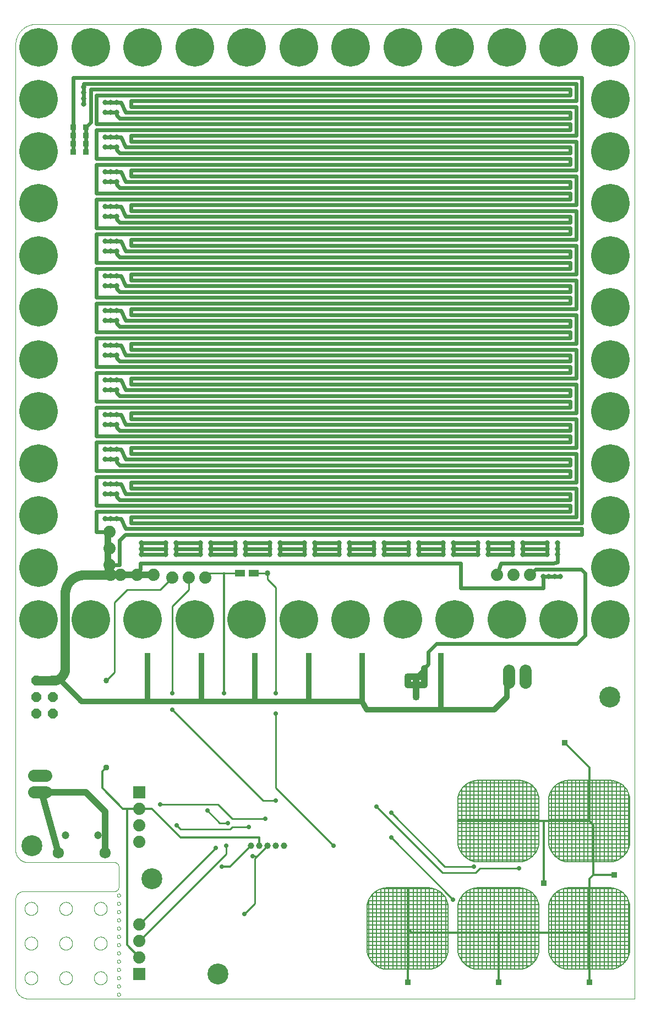
<source format=gbl>
G75*
%MOIN*%
%OFA0B0*%
%FSLAX25Y25*%
%IPPOS*%
%LPD*%
%AMOC8*
5,1,8,0,0,1.08239X$1,22.5*
%
%ADD10C,0.00000*%
%ADD11C,0.03937*%
%ADD12R,0.07400X0.07400*%
%ADD13C,0.07400*%
%ADD14C,0.04724*%
%ADD15C,0.06791*%
%ADD16OC8,0.06000*%
%ADD17C,0.00500*%
%ADD18R,0.00394X0.00394*%
%ADD19C,0.07400*%
%ADD20R,0.05906X0.03937*%
%ADD21C,0.12661*%
%ADD22R,0.03762X0.03762*%
%ADD23C,0.01200*%
%ADD24C,0.01000*%
%ADD25C,0.04000*%
%ADD26C,0.02900*%
%ADD27C,0.03762*%
%ADD28C,0.03369*%
%ADD29C,0.00900*%
%ADD30C,0.03300*%
%ADD31C,0.02400*%
%ADD32C,0.05600*%
%ADD33C,0.03200*%
%ADD34C,0.23291*%
D10*
X0085095Y0043933D02*
X0085095Y0096433D01*
X0085097Y0096573D01*
X0085103Y0096713D01*
X0085113Y0096853D01*
X0085126Y0096993D01*
X0085144Y0097132D01*
X0085166Y0097271D01*
X0085191Y0097408D01*
X0085220Y0097546D01*
X0085253Y0097682D01*
X0085290Y0097817D01*
X0085331Y0097951D01*
X0085376Y0098084D01*
X0085424Y0098216D01*
X0085476Y0098346D01*
X0085531Y0098475D01*
X0085590Y0098602D01*
X0085653Y0098728D01*
X0085719Y0098852D01*
X0085788Y0098973D01*
X0085861Y0099093D01*
X0085938Y0099211D01*
X0086017Y0099326D01*
X0086100Y0099440D01*
X0086186Y0099550D01*
X0086275Y0099659D01*
X0086367Y0099765D01*
X0086462Y0099868D01*
X0086559Y0099969D01*
X0086660Y0100066D01*
X0086763Y0100161D01*
X0086869Y0100253D01*
X0086978Y0100342D01*
X0087088Y0100428D01*
X0087202Y0100511D01*
X0087317Y0100590D01*
X0087435Y0100667D01*
X0087555Y0100740D01*
X0087676Y0100809D01*
X0087800Y0100875D01*
X0087926Y0100938D01*
X0088053Y0100997D01*
X0088182Y0101052D01*
X0088312Y0101104D01*
X0088444Y0101152D01*
X0088577Y0101197D01*
X0088711Y0101238D01*
X0088846Y0101275D01*
X0088982Y0101308D01*
X0089120Y0101337D01*
X0089257Y0101362D01*
X0089396Y0101384D01*
X0089535Y0101402D01*
X0089675Y0101415D01*
X0089815Y0101425D01*
X0089955Y0101431D01*
X0090095Y0101433D01*
X0145095Y0101433D01*
X0145193Y0101435D01*
X0145291Y0101441D01*
X0145389Y0101450D01*
X0145486Y0101464D01*
X0145583Y0101481D01*
X0145679Y0101502D01*
X0145774Y0101527D01*
X0145868Y0101555D01*
X0145960Y0101588D01*
X0146052Y0101623D01*
X0146142Y0101663D01*
X0146230Y0101705D01*
X0146317Y0101752D01*
X0146401Y0101801D01*
X0146484Y0101854D01*
X0146564Y0101910D01*
X0146643Y0101970D01*
X0146719Y0102032D01*
X0146792Y0102097D01*
X0146863Y0102165D01*
X0146931Y0102236D01*
X0146996Y0102309D01*
X0147058Y0102385D01*
X0147118Y0102464D01*
X0147174Y0102544D01*
X0147227Y0102627D01*
X0147276Y0102711D01*
X0147323Y0102798D01*
X0147365Y0102886D01*
X0147405Y0102976D01*
X0147440Y0103068D01*
X0147473Y0103160D01*
X0147501Y0103254D01*
X0147526Y0103349D01*
X0147547Y0103445D01*
X0147564Y0103542D01*
X0147578Y0103639D01*
X0147587Y0103737D01*
X0147593Y0103835D01*
X0147595Y0103933D01*
X0147595Y0116433D01*
X0147593Y0116531D01*
X0147587Y0116629D01*
X0147578Y0116727D01*
X0147564Y0116824D01*
X0147547Y0116921D01*
X0147526Y0117017D01*
X0147501Y0117112D01*
X0147473Y0117206D01*
X0147440Y0117298D01*
X0147405Y0117390D01*
X0147365Y0117480D01*
X0147323Y0117568D01*
X0147276Y0117655D01*
X0147227Y0117739D01*
X0147174Y0117822D01*
X0147118Y0117902D01*
X0147058Y0117981D01*
X0146996Y0118057D01*
X0146931Y0118130D01*
X0146863Y0118201D01*
X0146792Y0118269D01*
X0146719Y0118334D01*
X0146643Y0118396D01*
X0146564Y0118456D01*
X0146484Y0118512D01*
X0146401Y0118565D01*
X0146317Y0118614D01*
X0146230Y0118661D01*
X0146142Y0118703D01*
X0146052Y0118743D01*
X0145960Y0118778D01*
X0145868Y0118811D01*
X0145774Y0118839D01*
X0145679Y0118864D01*
X0145583Y0118885D01*
X0145486Y0118902D01*
X0145389Y0118916D01*
X0145291Y0118925D01*
X0145193Y0118931D01*
X0145095Y0118933D01*
X0092595Y0118933D01*
X0092414Y0118935D01*
X0092233Y0118942D01*
X0092052Y0118953D01*
X0091871Y0118968D01*
X0091691Y0118988D01*
X0091511Y0119012D01*
X0091332Y0119040D01*
X0091154Y0119073D01*
X0090977Y0119110D01*
X0090800Y0119151D01*
X0090625Y0119196D01*
X0090450Y0119246D01*
X0090277Y0119300D01*
X0090106Y0119358D01*
X0089935Y0119420D01*
X0089767Y0119487D01*
X0089600Y0119557D01*
X0089434Y0119631D01*
X0089271Y0119710D01*
X0089110Y0119792D01*
X0088950Y0119878D01*
X0088793Y0119968D01*
X0088638Y0120062D01*
X0088485Y0120159D01*
X0088335Y0120261D01*
X0088187Y0120365D01*
X0088041Y0120474D01*
X0087899Y0120585D01*
X0087759Y0120701D01*
X0087622Y0120819D01*
X0087487Y0120941D01*
X0087356Y0121066D01*
X0087228Y0121194D01*
X0087103Y0121325D01*
X0086981Y0121460D01*
X0086863Y0121597D01*
X0086747Y0121737D01*
X0086636Y0121879D01*
X0086527Y0122025D01*
X0086423Y0122173D01*
X0086321Y0122323D01*
X0086224Y0122476D01*
X0086130Y0122631D01*
X0086040Y0122788D01*
X0085954Y0122948D01*
X0085872Y0123109D01*
X0085793Y0123272D01*
X0085719Y0123438D01*
X0085649Y0123605D01*
X0085582Y0123773D01*
X0085520Y0123944D01*
X0085462Y0124115D01*
X0085408Y0124288D01*
X0085358Y0124463D01*
X0085313Y0124638D01*
X0085272Y0124815D01*
X0085235Y0124992D01*
X0085202Y0125170D01*
X0085174Y0125349D01*
X0085150Y0125529D01*
X0085130Y0125709D01*
X0085115Y0125890D01*
X0085104Y0126071D01*
X0085097Y0126252D01*
X0085095Y0126433D01*
X0085095Y0613933D01*
X0085099Y0614235D01*
X0085110Y0614537D01*
X0085128Y0614838D01*
X0085153Y0615139D01*
X0085186Y0615440D01*
X0085226Y0615739D01*
X0085273Y0616037D01*
X0085328Y0616335D01*
X0085389Y0616630D01*
X0085458Y0616924D01*
X0085534Y0617217D01*
X0085617Y0617507D01*
X0085707Y0617796D01*
X0085804Y0618082D01*
X0085907Y0618366D01*
X0086018Y0618647D01*
X0086135Y0618925D01*
X0086259Y0619201D01*
X0086390Y0619473D01*
X0086527Y0619742D01*
X0086670Y0620008D01*
X0086820Y0620270D01*
X0086977Y0620529D01*
X0087139Y0620783D01*
X0087308Y0621034D01*
X0087482Y0621280D01*
X0087663Y0621523D01*
X0087849Y0621760D01*
X0088041Y0621994D01*
X0088239Y0622222D01*
X0088442Y0622446D01*
X0088650Y0622664D01*
X0088864Y0622878D01*
X0089082Y0623086D01*
X0089306Y0623289D01*
X0089534Y0623487D01*
X0089768Y0623679D01*
X0090005Y0623865D01*
X0090248Y0624046D01*
X0090494Y0624220D01*
X0090745Y0624389D01*
X0090999Y0624551D01*
X0091258Y0624708D01*
X0091520Y0624858D01*
X0091786Y0625001D01*
X0092055Y0625138D01*
X0092327Y0625269D01*
X0092603Y0625393D01*
X0092881Y0625510D01*
X0093162Y0625621D01*
X0093446Y0625724D01*
X0093732Y0625821D01*
X0094021Y0625911D01*
X0094311Y0625994D01*
X0094604Y0626070D01*
X0094898Y0626139D01*
X0095193Y0626200D01*
X0095491Y0626255D01*
X0095789Y0626302D01*
X0096088Y0626342D01*
X0096389Y0626375D01*
X0096690Y0626400D01*
X0096991Y0626418D01*
X0097293Y0626429D01*
X0097595Y0626433D01*
X0447595Y0626433D01*
X0447917Y0626410D01*
X0448237Y0626380D01*
X0448557Y0626341D01*
X0448876Y0626295D01*
X0449194Y0626241D01*
X0449510Y0626180D01*
X0449825Y0626111D01*
X0450138Y0626034D01*
X0450449Y0625950D01*
X0450758Y0625858D01*
X0451064Y0625759D01*
X0451369Y0625652D01*
X0451670Y0625538D01*
X0451969Y0625417D01*
X0452264Y0625288D01*
X0452556Y0625153D01*
X0452845Y0625010D01*
X0453131Y0624861D01*
X0453413Y0624704D01*
X0453690Y0624541D01*
X0453964Y0624371D01*
X0454234Y0624195D01*
X0454499Y0624012D01*
X0454760Y0623823D01*
X0455016Y0623627D01*
X0455267Y0623425D01*
X0455514Y0623218D01*
X0455755Y0623004D01*
X0455991Y0622784D01*
X0456221Y0622559D01*
X0456446Y0622329D01*
X0456666Y0622093D01*
X0456880Y0621852D01*
X0457087Y0621605D01*
X0457289Y0621354D01*
X0457485Y0621098D01*
X0457674Y0620837D01*
X0457857Y0620572D01*
X0458033Y0620302D01*
X0458203Y0620028D01*
X0458366Y0619751D01*
X0458523Y0619469D01*
X0458672Y0619183D01*
X0458815Y0618894D01*
X0458950Y0618602D01*
X0459079Y0618307D01*
X0459200Y0618008D01*
X0459314Y0617707D01*
X0459421Y0617402D01*
X0459520Y0617096D01*
X0459612Y0616787D01*
X0459696Y0616476D01*
X0459773Y0616163D01*
X0459842Y0615848D01*
X0459903Y0615532D01*
X0459957Y0615214D01*
X0460003Y0614895D01*
X0460042Y0614575D01*
X0460072Y0614255D01*
X0460095Y0613933D01*
X0460095Y0036433D01*
X0092595Y0036433D01*
X0092414Y0036435D01*
X0092233Y0036442D01*
X0092052Y0036453D01*
X0091871Y0036468D01*
X0091691Y0036488D01*
X0091511Y0036512D01*
X0091332Y0036540D01*
X0091154Y0036573D01*
X0090977Y0036610D01*
X0090800Y0036651D01*
X0090625Y0036696D01*
X0090450Y0036746D01*
X0090277Y0036800D01*
X0090106Y0036858D01*
X0089935Y0036920D01*
X0089767Y0036987D01*
X0089600Y0037057D01*
X0089434Y0037131D01*
X0089271Y0037210D01*
X0089110Y0037292D01*
X0088950Y0037378D01*
X0088793Y0037468D01*
X0088638Y0037562D01*
X0088485Y0037659D01*
X0088335Y0037761D01*
X0088187Y0037865D01*
X0088041Y0037974D01*
X0087899Y0038085D01*
X0087759Y0038201D01*
X0087622Y0038319D01*
X0087487Y0038441D01*
X0087356Y0038566D01*
X0087228Y0038694D01*
X0087103Y0038825D01*
X0086981Y0038960D01*
X0086863Y0039097D01*
X0086747Y0039237D01*
X0086636Y0039379D01*
X0086527Y0039525D01*
X0086423Y0039673D01*
X0086321Y0039823D01*
X0086224Y0039976D01*
X0086130Y0040131D01*
X0086040Y0040288D01*
X0085954Y0040448D01*
X0085872Y0040609D01*
X0085793Y0040772D01*
X0085719Y0040938D01*
X0085649Y0041105D01*
X0085582Y0041273D01*
X0085520Y0041444D01*
X0085462Y0041615D01*
X0085408Y0041788D01*
X0085358Y0041963D01*
X0085313Y0042138D01*
X0085272Y0042315D01*
X0085235Y0042492D01*
X0085202Y0042670D01*
X0085174Y0042849D01*
X0085150Y0043029D01*
X0085130Y0043209D01*
X0085115Y0043390D01*
X0085104Y0043571D01*
X0085097Y0043752D01*
X0085095Y0043933D01*
X0090658Y0048933D02*
X0090660Y0049058D01*
X0090666Y0049183D01*
X0090676Y0049307D01*
X0090690Y0049431D01*
X0090707Y0049555D01*
X0090729Y0049678D01*
X0090755Y0049800D01*
X0090784Y0049922D01*
X0090817Y0050042D01*
X0090855Y0050161D01*
X0090895Y0050280D01*
X0090940Y0050396D01*
X0090988Y0050511D01*
X0091040Y0050625D01*
X0091096Y0050737D01*
X0091155Y0050847D01*
X0091217Y0050955D01*
X0091283Y0051062D01*
X0091352Y0051166D01*
X0091425Y0051267D01*
X0091500Y0051367D01*
X0091579Y0051464D01*
X0091661Y0051558D01*
X0091746Y0051650D01*
X0091833Y0051739D01*
X0091924Y0051825D01*
X0092017Y0051908D01*
X0092113Y0051989D01*
X0092211Y0052066D01*
X0092311Y0052140D01*
X0092414Y0052211D01*
X0092519Y0052278D01*
X0092627Y0052343D01*
X0092736Y0052403D01*
X0092847Y0052461D01*
X0092960Y0052514D01*
X0093074Y0052564D01*
X0093190Y0052611D01*
X0093307Y0052653D01*
X0093426Y0052692D01*
X0093546Y0052728D01*
X0093667Y0052759D01*
X0093789Y0052787D01*
X0093911Y0052810D01*
X0094035Y0052830D01*
X0094159Y0052846D01*
X0094283Y0052858D01*
X0094408Y0052866D01*
X0094533Y0052870D01*
X0094657Y0052870D01*
X0094782Y0052866D01*
X0094907Y0052858D01*
X0095031Y0052846D01*
X0095155Y0052830D01*
X0095279Y0052810D01*
X0095401Y0052787D01*
X0095523Y0052759D01*
X0095644Y0052728D01*
X0095764Y0052692D01*
X0095883Y0052653D01*
X0096000Y0052611D01*
X0096116Y0052564D01*
X0096230Y0052514D01*
X0096343Y0052461D01*
X0096454Y0052403D01*
X0096564Y0052343D01*
X0096671Y0052278D01*
X0096776Y0052211D01*
X0096879Y0052140D01*
X0096979Y0052066D01*
X0097077Y0051989D01*
X0097173Y0051908D01*
X0097266Y0051825D01*
X0097357Y0051739D01*
X0097444Y0051650D01*
X0097529Y0051558D01*
X0097611Y0051464D01*
X0097690Y0051367D01*
X0097765Y0051267D01*
X0097838Y0051166D01*
X0097907Y0051062D01*
X0097973Y0050955D01*
X0098035Y0050847D01*
X0098094Y0050737D01*
X0098150Y0050625D01*
X0098202Y0050511D01*
X0098250Y0050396D01*
X0098295Y0050280D01*
X0098335Y0050161D01*
X0098373Y0050042D01*
X0098406Y0049922D01*
X0098435Y0049800D01*
X0098461Y0049678D01*
X0098483Y0049555D01*
X0098500Y0049431D01*
X0098514Y0049307D01*
X0098524Y0049183D01*
X0098530Y0049058D01*
X0098532Y0048933D01*
X0098530Y0048808D01*
X0098524Y0048683D01*
X0098514Y0048559D01*
X0098500Y0048435D01*
X0098483Y0048311D01*
X0098461Y0048188D01*
X0098435Y0048066D01*
X0098406Y0047944D01*
X0098373Y0047824D01*
X0098335Y0047705D01*
X0098295Y0047586D01*
X0098250Y0047470D01*
X0098202Y0047355D01*
X0098150Y0047241D01*
X0098094Y0047129D01*
X0098035Y0047019D01*
X0097973Y0046911D01*
X0097907Y0046804D01*
X0097838Y0046700D01*
X0097765Y0046599D01*
X0097690Y0046499D01*
X0097611Y0046402D01*
X0097529Y0046308D01*
X0097444Y0046216D01*
X0097357Y0046127D01*
X0097266Y0046041D01*
X0097173Y0045958D01*
X0097077Y0045877D01*
X0096979Y0045800D01*
X0096879Y0045726D01*
X0096776Y0045655D01*
X0096671Y0045588D01*
X0096563Y0045523D01*
X0096454Y0045463D01*
X0096343Y0045405D01*
X0096230Y0045352D01*
X0096116Y0045302D01*
X0096000Y0045255D01*
X0095883Y0045213D01*
X0095764Y0045174D01*
X0095644Y0045138D01*
X0095523Y0045107D01*
X0095401Y0045079D01*
X0095279Y0045056D01*
X0095155Y0045036D01*
X0095031Y0045020D01*
X0094907Y0045008D01*
X0094782Y0045000D01*
X0094657Y0044996D01*
X0094533Y0044996D01*
X0094408Y0045000D01*
X0094283Y0045008D01*
X0094159Y0045020D01*
X0094035Y0045036D01*
X0093911Y0045056D01*
X0093789Y0045079D01*
X0093667Y0045107D01*
X0093546Y0045138D01*
X0093426Y0045174D01*
X0093307Y0045213D01*
X0093190Y0045255D01*
X0093074Y0045302D01*
X0092960Y0045352D01*
X0092847Y0045405D01*
X0092736Y0045463D01*
X0092626Y0045523D01*
X0092519Y0045588D01*
X0092414Y0045655D01*
X0092311Y0045726D01*
X0092211Y0045800D01*
X0092113Y0045877D01*
X0092017Y0045958D01*
X0091924Y0046041D01*
X0091833Y0046127D01*
X0091746Y0046216D01*
X0091661Y0046308D01*
X0091579Y0046402D01*
X0091500Y0046499D01*
X0091425Y0046599D01*
X0091352Y0046700D01*
X0091283Y0046804D01*
X0091217Y0046911D01*
X0091155Y0047019D01*
X0091096Y0047129D01*
X0091040Y0047241D01*
X0090988Y0047355D01*
X0090940Y0047470D01*
X0090895Y0047586D01*
X0090855Y0047705D01*
X0090817Y0047824D01*
X0090784Y0047944D01*
X0090755Y0048066D01*
X0090729Y0048188D01*
X0090707Y0048311D01*
X0090690Y0048435D01*
X0090676Y0048559D01*
X0090666Y0048683D01*
X0090660Y0048808D01*
X0090658Y0048933D01*
X0090658Y0069933D02*
X0090660Y0070058D01*
X0090666Y0070183D01*
X0090676Y0070307D01*
X0090690Y0070431D01*
X0090707Y0070555D01*
X0090729Y0070678D01*
X0090755Y0070800D01*
X0090784Y0070922D01*
X0090817Y0071042D01*
X0090855Y0071161D01*
X0090895Y0071280D01*
X0090940Y0071396D01*
X0090988Y0071511D01*
X0091040Y0071625D01*
X0091096Y0071737D01*
X0091155Y0071847D01*
X0091217Y0071955D01*
X0091283Y0072062D01*
X0091352Y0072166D01*
X0091425Y0072267D01*
X0091500Y0072367D01*
X0091579Y0072464D01*
X0091661Y0072558D01*
X0091746Y0072650D01*
X0091833Y0072739D01*
X0091924Y0072825D01*
X0092017Y0072908D01*
X0092113Y0072989D01*
X0092211Y0073066D01*
X0092311Y0073140D01*
X0092414Y0073211D01*
X0092519Y0073278D01*
X0092627Y0073343D01*
X0092736Y0073403D01*
X0092847Y0073461D01*
X0092960Y0073514D01*
X0093074Y0073564D01*
X0093190Y0073611D01*
X0093307Y0073653D01*
X0093426Y0073692D01*
X0093546Y0073728D01*
X0093667Y0073759D01*
X0093789Y0073787D01*
X0093911Y0073810D01*
X0094035Y0073830D01*
X0094159Y0073846D01*
X0094283Y0073858D01*
X0094408Y0073866D01*
X0094533Y0073870D01*
X0094657Y0073870D01*
X0094782Y0073866D01*
X0094907Y0073858D01*
X0095031Y0073846D01*
X0095155Y0073830D01*
X0095279Y0073810D01*
X0095401Y0073787D01*
X0095523Y0073759D01*
X0095644Y0073728D01*
X0095764Y0073692D01*
X0095883Y0073653D01*
X0096000Y0073611D01*
X0096116Y0073564D01*
X0096230Y0073514D01*
X0096343Y0073461D01*
X0096454Y0073403D01*
X0096564Y0073343D01*
X0096671Y0073278D01*
X0096776Y0073211D01*
X0096879Y0073140D01*
X0096979Y0073066D01*
X0097077Y0072989D01*
X0097173Y0072908D01*
X0097266Y0072825D01*
X0097357Y0072739D01*
X0097444Y0072650D01*
X0097529Y0072558D01*
X0097611Y0072464D01*
X0097690Y0072367D01*
X0097765Y0072267D01*
X0097838Y0072166D01*
X0097907Y0072062D01*
X0097973Y0071955D01*
X0098035Y0071847D01*
X0098094Y0071737D01*
X0098150Y0071625D01*
X0098202Y0071511D01*
X0098250Y0071396D01*
X0098295Y0071280D01*
X0098335Y0071161D01*
X0098373Y0071042D01*
X0098406Y0070922D01*
X0098435Y0070800D01*
X0098461Y0070678D01*
X0098483Y0070555D01*
X0098500Y0070431D01*
X0098514Y0070307D01*
X0098524Y0070183D01*
X0098530Y0070058D01*
X0098532Y0069933D01*
X0098530Y0069808D01*
X0098524Y0069683D01*
X0098514Y0069559D01*
X0098500Y0069435D01*
X0098483Y0069311D01*
X0098461Y0069188D01*
X0098435Y0069066D01*
X0098406Y0068944D01*
X0098373Y0068824D01*
X0098335Y0068705D01*
X0098295Y0068586D01*
X0098250Y0068470D01*
X0098202Y0068355D01*
X0098150Y0068241D01*
X0098094Y0068129D01*
X0098035Y0068019D01*
X0097973Y0067911D01*
X0097907Y0067804D01*
X0097838Y0067700D01*
X0097765Y0067599D01*
X0097690Y0067499D01*
X0097611Y0067402D01*
X0097529Y0067308D01*
X0097444Y0067216D01*
X0097357Y0067127D01*
X0097266Y0067041D01*
X0097173Y0066958D01*
X0097077Y0066877D01*
X0096979Y0066800D01*
X0096879Y0066726D01*
X0096776Y0066655D01*
X0096671Y0066588D01*
X0096563Y0066523D01*
X0096454Y0066463D01*
X0096343Y0066405D01*
X0096230Y0066352D01*
X0096116Y0066302D01*
X0096000Y0066255D01*
X0095883Y0066213D01*
X0095764Y0066174D01*
X0095644Y0066138D01*
X0095523Y0066107D01*
X0095401Y0066079D01*
X0095279Y0066056D01*
X0095155Y0066036D01*
X0095031Y0066020D01*
X0094907Y0066008D01*
X0094782Y0066000D01*
X0094657Y0065996D01*
X0094533Y0065996D01*
X0094408Y0066000D01*
X0094283Y0066008D01*
X0094159Y0066020D01*
X0094035Y0066036D01*
X0093911Y0066056D01*
X0093789Y0066079D01*
X0093667Y0066107D01*
X0093546Y0066138D01*
X0093426Y0066174D01*
X0093307Y0066213D01*
X0093190Y0066255D01*
X0093074Y0066302D01*
X0092960Y0066352D01*
X0092847Y0066405D01*
X0092736Y0066463D01*
X0092626Y0066523D01*
X0092519Y0066588D01*
X0092414Y0066655D01*
X0092311Y0066726D01*
X0092211Y0066800D01*
X0092113Y0066877D01*
X0092017Y0066958D01*
X0091924Y0067041D01*
X0091833Y0067127D01*
X0091746Y0067216D01*
X0091661Y0067308D01*
X0091579Y0067402D01*
X0091500Y0067499D01*
X0091425Y0067599D01*
X0091352Y0067700D01*
X0091283Y0067804D01*
X0091217Y0067911D01*
X0091155Y0068019D01*
X0091096Y0068129D01*
X0091040Y0068241D01*
X0090988Y0068355D01*
X0090940Y0068470D01*
X0090895Y0068586D01*
X0090855Y0068705D01*
X0090817Y0068824D01*
X0090784Y0068944D01*
X0090755Y0069066D01*
X0090729Y0069188D01*
X0090707Y0069311D01*
X0090690Y0069435D01*
X0090676Y0069559D01*
X0090666Y0069683D01*
X0090660Y0069808D01*
X0090658Y0069933D01*
X0090658Y0090933D02*
X0090660Y0091058D01*
X0090666Y0091183D01*
X0090676Y0091307D01*
X0090690Y0091431D01*
X0090707Y0091555D01*
X0090729Y0091678D01*
X0090755Y0091800D01*
X0090784Y0091922D01*
X0090817Y0092042D01*
X0090855Y0092161D01*
X0090895Y0092280D01*
X0090940Y0092396D01*
X0090988Y0092511D01*
X0091040Y0092625D01*
X0091096Y0092737D01*
X0091155Y0092847D01*
X0091217Y0092955D01*
X0091283Y0093062D01*
X0091352Y0093166D01*
X0091425Y0093267D01*
X0091500Y0093367D01*
X0091579Y0093464D01*
X0091661Y0093558D01*
X0091746Y0093650D01*
X0091833Y0093739D01*
X0091924Y0093825D01*
X0092017Y0093908D01*
X0092113Y0093989D01*
X0092211Y0094066D01*
X0092311Y0094140D01*
X0092414Y0094211D01*
X0092519Y0094278D01*
X0092627Y0094343D01*
X0092736Y0094403D01*
X0092847Y0094461D01*
X0092960Y0094514D01*
X0093074Y0094564D01*
X0093190Y0094611D01*
X0093307Y0094653D01*
X0093426Y0094692D01*
X0093546Y0094728D01*
X0093667Y0094759D01*
X0093789Y0094787D01*
X0093911Y0094810D01*
X0094035Y0094830D01*
X0094159Y0094846D01*
X0094283Y0094858D01*
X0094408Y0094866D01*
X0094533Y0094870D01*
X0094657Y0094870D01*
X0094782Y0094866D01*
X0094907Y0094858D01*
X0095031Y0094846D01*
X0095155Y0094830D01*
X0095279Y0094810D01*
X0095401Y0094787D01*
X0095523Y0094759D01*
X0095644Y0094728D01*
X0095764Y0094692D01*
X0095883Y0094653D01*
X0096000Y0094611D01*
X0096116Y0094564D01*
X0096230Y0094514D01*
X0096343Y0094461D01*
X0096454Y0094403D01*
X0096564Y0094343D01*
X0096671Y0094278D01*
X0096776Y0094211D01*
X0096879Y0094140D01*
X0096979Y0094066D01*
X0097077Y0093989D01*
X0097173Y0093908D01*
X0097266Y0093825D01*
X0097357Y0093739D01*
X0097444Y0093650D01*
X0097529Y0093558D01*
X0097611Y0093464D01*
X0097690Y0093367D01*
X0097765Y0093267D01*
X0097838Y0093166D01*
X0097907Y0093062D01*
X0097973Y0092955D01*
X0098035Y0092847D01*
X0098094Y0092737D01*
X0098150Y0092625D01*
X0098202Y0092511D01*
X0098250Y0092396D01*
X0098295Y0092280D01*
X0098335Y0092161D01*
X0098373Y0092042D01*
X0098406Y0091922D01*
X0098435Y0091800D01*
X0098461Y0091678D01*
X0098483Y0091555D01*
X0098500Y0091431D01*
X0098514Y0091307D01*
X0098524Y0091183D01*
X0098530Y0091058D01*
X0098532Y0090933D01*
X0098530Y0090808D01*
X0098524Y0090683D01*
X0098514Y0090559D01*
X0098500Y0090435D01*
X0098483Y0090311D01*
X0098461Y0090188D01*
X0098435Y0090066D01*
X0098406Y0089944D01*
X0098373Y0089824D01*
X0098335Y0089705D01*
X0098295Y0089586D01*
X0098250Y0089470D01*
X0098202Y0089355D01*
X0098150Y0089241D01*
X0098094Y0089129D01*
X0098035Y0089019D01*
X0097973Y0088911D01*
X0097907Y0088804D01*
X0097838Y0088700D01*
X0097765Y0088599D01*
X0097690Y0088499D01*
X0097611Y0088402D01*
X0097529Y0088308D01*
X0097444Y0088216D01*
X0097357Y0088127D01*
X0097266Y0088041D01*
X0097173Y0087958D01*
X0097077Y0087877D01*
X0096979Y0087800D01*
X0096879Y0087726D01*
X0096776Y0087655D01*
X0096671Y0087588D01*
X0096563Y0087523D01*
X0096454Y0087463D01*
X0096343Y0087405D01*
X0096230Y0087352D01*
X0096116Y0087302D01*
X0096000Y0087255D01*
X0095883Y0087213D01*
X0095764Y0087174D01*
X0095644Y0087138D01*
X0095523Y0087107D01*
X0095401Y0087079D01*
X0095279Y0087056D01*
X0095155Y0087036D01*
X0095031Y0087020D01*
X0094907Y0087008D01*
X0094782Y0087000D01*
X0094657Y0086996D01*
X0094533Y0086996D01*
X0094408Y0087000D01*
X0094283Y0087008D01*
X0094159Y0087020D01*
X0094035Y0087036D01*
X0093911Y0087056D01*
X0093789Y0087079D01*
X0093667Y0087107D01*
X0093546Y0087138D01*
X0093426Y0087174D01*
X0093307Y0087213D01*
X0093190Y0087255D01*
X0093074Y0087302D01*
X0092960Y0087352D01*
X0092847Y0087405D01*
X0092736Y0087463D01*
X0092626Y0087523D01*
X0092519Y0087588D01*
X0092414Y0087655D01*
X0092311Y0087726D01*
X0092211Y0087800D01*
X0092113Y0087877D01*
X0092017Y0087958D01*
X0091924Y0088041D01*
X0091833Y0088127D01*
X0091746Y0088216D01*
X0091661Y0088308D01*
X0091579Y0088402D01*
X0091500Y0088499D01*
X0091425Y0088599D01*
X0091352Y0088700D01*
X0091283Y0088804D01*
X0091217Y0088911D01*
X0091155Y0089019D01*
X0091096Y0089129D01*
X0091040Y0089241D01*
X0090988Y0089355D01*
X0090940Y0089470D01*
X0090895Y0089586D01*
X0090855Y0089705D01*
X0090817Y0089824D01*
X0090784Y0089944D01*
X0090755Y0090066D01*
X0090729Y0090188D01*
X0090707Y0090311D01*
X0090690Y0090435D01*
X0090676Y0090559D01*
X0090666Y0090683D01*
X0090660Y0090808D01*
X0090658Y0090933D01*
X0111658Y0090933D02*
X0111660Y0091058D01*
X0111666Y0091183D01*
X0111676Y0091307D01*
X0111690Y0091431D01*
X0111707Y0091555D01*
X0111729Y0091678D01*
X0111755Y0091800D01*
X0111784Y0091922D01*
X0111817Y0092042D01*
X0111855Y0092161D01*
X0111895Y0092280D01*
X0111940Y0092396D01*
X0111988Y0092511D01*
X0112040Y0092625D01*
X0112096Y0092737D01*
X0112155Y0092847D01*
X0112217Y0092955D01*
X0112283Y0093062D01*
X0112352Y0093166D01*
X0112425Y0093267D01*
X0112500Y0093367D01*
X0112579Y0093464D01*
X0112661Y0093558D01*
X0112746Y0093650D01*
X0112833Y0093739D01*
X0112924Y0093825D01*
X0113017Y0093908D01*
X0113113Y0093989D01*
X0113211Y0094066D01*
X0113311Y0094140D01*
X0113414Y0094211D01*
X0113519Y0094278D01*
X0113627Y0094343D01*
X0113736Y0094403D01*
X0113847Y0094461D01*
X0113960Y0094514D01*
X0114074Y0094564D01*
X0114190Y0094611D01*
X0114307Y0094653D01*
X0114426Y0094692D01*
X0114546Y0094728D01*
X0114667Y0094759D01*
X0114789Y0094787D01*
X0114911Y0094810D01*
X0115035Y0094830D01*
X0115159Y0094846D01*
X0115283Y0094858D01*
X0115408Y0094866D01*
X0115533Y0094870D01*
X0115657Y0094870D01*
X0115782Y0094866D01*
X0115907Y0094858D01*
X0116031Y0094846D01*
X0116155Y0094830D01*
X0116279Y0094810D01*
X0116401Y0094787D01*
X0116523Y0094759D01*
X0116644Y0094728D01*
X0116764Y0094692D01*
X0116883Y0094653D01*
X0117000Y0094611D01*
X0117116Y0094564D01*
X0117230Y0094514D01*
X0117343Y0094461D01*
X0117454Y0094403D01*
X0117564Y0094343D01*
X0117671Y0094278D01*
X0117776Y0094211D01*
X0117879Y0094140D01*
X0117979Y0094066D01*
X0118077Y0093989D01*
X0118173Y0093908D01*
X0118266Y0093825D01*
X0118357Y0093739D01*
X0118444Y0093650D01*
X0118529Y0093558D01*
X0118611Y0093464D01*
X0118690Y0093367D01*
X0118765Y0093267D01*
X0118838Y0093166D01*
X0118907Y0093062D01*
X0118973Y0092955D01*
X0119035Y0092847D01*
X0119094Y0092737D01*
X0119150Y0092625D01*
X0119202Y0092511D01*
X0119250Y0092396D01*
X0119295Y0092280D01*
X0119335Y0092161D01*
X0119373Y0092042D01*
X0119406Y0091922D01*
X0119435Y0091800D01*
X0119461Y0091678D01*
X0119483Y0091555D01*
X0119500Y0091431D01*
X0119514Y0091307D01*
X0119524Y0091183D01*
X0119530Y0091058D01*
X0119532Y0090933D01*
X0119530Y0090808D01*
X0119524Y0090683D01*
X0119514Y0090559D01*
X0119500Y0090435D01*
X0119483Y0090311D01*
X0119461Y0090188D01*
X0119435Y0090066D01*
X0119406Y0089944D01*
X0119373Y0089824D01*
X0119335Y0089705D01*
X0119295Y0089586D01*
X0119250Y0089470D01*
X0119202Y0089355D01*
X0119150Y0089241D01*
X0119094Y0089129D01*
X0119035Y0089019D01*
X0118973Y0088911D01*
X0118907Y0088804D01*
X0118838Y0088700D01*
X0118765Y0088599D01*
X0118690Y0088499D01*
X0118611Y0088402D01*
X0118529Y0088308D01*
X0118444Y0088216D01*
X0118357Y0088127D01*
X0118266Y0088041D01*
X0118173Y0087958D01*
X0118077Y0087877D01*
X0117979Y0087800D01*
X0117879Y0087726D01*
X0117776Y0087655D01*
X0117671Y0087588D01*
X0117563Y0087523D01*
X0117454Y0087463D01*
X0117343Y0087405D01*
X0117230Y0087352D01*
X0117116Y0087302D01*
X0117000Y0087255D01*
X0116883Y0087213D01*
X0116764Y0087174D01*
X0116644Y0087138D01*
X0116523Y0087107D01*
X0116401Y0087079D01*
X0116279Y0087056D01*
X0116155Y0087036D01*
X0116031Y0087020D01*
X0115907Y0087008D01*
X0115782Y0087000D01*
X0115657Y0086996D01*
X0115533Y0086996D01*
X0115408Y0087000D01*
X0115283Y0087008D01*
X0115159Y0087020D01*
X0115035Y0087036D01*
X0114911Y0087056D01*
X0114789Y0087079D01*
X0114667Y0087107D01*
X0114546Y0087138D01*
X0114426Y0087174D01*
X0114307Y0087213D01*
X0114190Y0087255D01*
X0114074Y0087302D01*
X0113960Y0087352D01*
X0113847Y0087405D01*
X0113736Y0087463D01*
X0113626Y0087523D01*
X0113519Y0087588D01*
X0113414Y0087655D01*
X0113311Y0087726D01*
X0113211Y0087800D01*
X0113113Y0087877D01*
X0113017Y0087958D01*
X0112924Y0088041D01*
X0112833Y0088127D01*
X0112746Y0088216D01*
X0112661Y0088308D01*
X0112579Y0088402D01*
X0112500Y0088499D01*
X0112425Y0088599D01*
X0112352Y0088700D01*
X0112283Y0088804D01*
X0112217Y0088911D01*
X0112155Y0089019D01*
X0112096Y0089129D01*
X0112040Y0089241D01*
X0111988Y0089355D01*
X0111940Y0089470D01*
X0111895Y0089586D01*
X0111855Y0089705D01*
X0111817Y0089824D01*
X0111784Y0089944D01*
X0111755Y0090066D01*
X0111729Y0090188D01*
X0111707Y0090311D01*
X0111690Y0090435D01*
X0111676Y0090559D01*
X0111666Y0090683D01*
X0111660Y0090808D01*
X0111658Y0090933D01*
X0111658Y0069933D02*
X0111660Y0070058D01*
X0111666Y0070183D01*
X0111676Y0070307D01*
X0111690Y0070431D01*
X0111707Y0070555D01*
X0111729Y0070678D01*
X0111755Y0070800D01*
X0111784Y0070922D01*
X0111817Y0071042D01*
X0111855Y0071161D01*
X0111895Y0071280D01*
X0111940Y0071396D01*
X0111988Y0071511D01*
X0112040Y0071625D01*
X0112096Y0071737D01*
X0112155Y0071847D01*
X0112217Y0071955D01*
X0112283Y0072062D01*
X0112352Y0072166D01*
X0112425Y0072267D01*
X0112500Y0072367D01*
X0112579Y0072464D01*
X0112661Y0072558D01*
X0112746Y0072650D01*
X0112833Y0072739D01*
X0112924Y0072825D01*
X0113017Y0072908D01*
X0113113Y0072989D01*
X0113211Y0073066D01*
X0113311Y0073140D01*
X0113414Y0073211D01*
X0113519Y0073278D01*
X0113627Y0073343D01*
X0113736Y0073403D01*
X0113847Y0073461D01*
X0113960Y0073514D01*
X0114074Y0073564D01*
X0114190Y0073611D01*
X0114307Y0073653D01*
X0114426Y0073692D01*
X0114546Y0073728D01*
X0114667Y0073759D01*
X0114789Y0073787D01*
X0114911Y0073810D01*
X0115035Y0073830D01*
X0115159Y0073846D01*
X0115283Y0073858D01*
X0115408Y0073866D01*
X0115533Y0073870D01*
X0115657Y0073870D01*
X0115782Y0073866D01*
X0115907Y0073858D01*
X0116031Y0073846D01*
X0116155Y0073830D01*
X0116279Y0073810D01*
X0116401Y0073787D01*
X0116523Y0073759D01*
X0116644Y0073728D01*
X0116764Y0073692D01*
X0116883Y0073653D01*
X0117000Y0073611D01*
X0117116Y0073564D01*
X0117230Y0073514D01*
X0117343Y0073461D01*
X0117454Y0073403D01*
X0117564Y0073343D01*
X0117671Y0073278D01*
X0117776Y0073211D01*
X0117879Y0073140D01*
X0117979Y0073066D01*
X0118077Y0072989D01*
X0118173Y0072908D01*
X0118266Y0072825D01*
X0118357Y0072739D01*
X0118444Y0072650D01*
X0118529Y0072558D01*
X0118611Y0072464D01*
X0118690Y0072367D01*
X0118765Y0072267D01*
X0118838Y0072166D01*
X0118907Y0072062D01*
X0118973Y0071955D01*
X0119035Y0071847D01*
X0119094Y0071737D01*
X0119150Y0071625D01*
X0119202Y0071511D01*
X0119250Y0071396D01*
X0119295Y0071280D01*
X0119335Y0071161D01*
X0119373Y0071042D01*
X0119406Y0070922D01*
X0119435Y0070800D01*
X0119461Y0070678D01*
X0119483Y0070555D01*
X0119500Y0070431D01*
X0119514Y0070307D01*
X0119524Y0070183D01*
X0119530Y0070058D01*
X0119532Y0069933D01*
X0119530Y0069808D01*
X0119524Y0069683D01*
X0119514Y0069559D01*
X0119500Y0069435D01*
X0119483Y0069311D01*
X0119461Y0069188D01*
X0119435Y0069066D01*
X0119406Y0068944D01*
X0119373Y0068824D01*
X0119335Y0068705D01*
X0119295Y0068586D01*
X0119250Y0068470D01*
X0119202Y0068355D01*
X0119150Y0068241D01*
X0119094Y0068129D01*
X0119035Y0068019D01*
X0118973Y0067911D01*
X0118907Y0067804D01*
X0118838Y0067700D01*
X0118765Y0067599D01*
X0118690Y0067499D01*
X0118611Y0067402D01*
X0118529Y0067308D01*
X0118444Y0067216D01*
X0118357Y0067127D01*
X0118266Y0067041D01*
X0118173Y0066958D01*
X0118077Y0066877D01*
X0117979Y0066800D01*
X0117879Y0066726D01*
X0117776Y0066655D01*
X0117671Y0066588D01*
X0117563Y0066523D01*
X0117454Y0066463D01*
X0117343Y0066405D01*
X0117230Y0066352D01*
X0117116Y0066302D01*
X0117000Y0066255D01*
X0116883Y0066213D01*
X0116764Y0066174D01*
X0116644Y0066138D01*
X0116523Y0066107D01*
X0116401Y0066079D01*
X0116279Y0066056D01*
X0116155Y0066036D01*
X0116031Y0066020D01*
X0115907Y0066008D01*
X0115782Y0066000D01*
X0115657Y0065996D01*
X0115533Y0065996D01*
X0115408Y0066000D01*
X0115283Y0066008D01*
X0115159Y0066020D01*
X0115035Y0066036D01*
X0114911Y0066056D01*
X0114789Y0066079D01*
X0114667Y0066107D01*
X0114546Y0066138D01*
X0114426Y0066174D01*
X0114307Y0066213D01*
X0114190Y0066255D01*
X0114074Y0066302D01*
X0113960Y0066352D01*
X0113847Y0066405D01*
X0113736Y0066463D01*
X0113626Y0066523D01*
X0113519Y0066588D01*
X0113414Y0066655D01*
X0113311Y0066726D01*
X0113211Y0066800D01*
X0113113Y0066877D01*
X0113017Y0066958D01*
X0112924Y0067041D01*
X0112833Y0067127D01*
X0112746Y0067216D01*
X0112661Y0067308D01*
X0112579Y0067402D01*
X0112500Y0067499D01*
X0112425Y0067599D01*
X0112352Y0067700D01*
X0112283Y0067804D01*
X0112217Y0067911D01*
X0112155Y0068019D01*
X0112096Y0068129D01*
X0112040Y0068241D01*
X0111988Y0068355D01*
X0111940Y0068470D01*
X0111895Y0068586D01*
X0111855Y0068705D01*
X0111817Y0068824D01*
X0111784Y0068944D01*
X0111755Y0069066D01*
X0111729Y0069188D01*
X0111707Y0069311D01*
X0111690Y0069435D01*
X0111676Y0069559D01*
X0111666Y0069683D01*
X0111660Y0069808D01*
X0111658Y0069933D01*
X0111658Y0048933D02*
X0111660Y0049058D01*
X0111666Y0049183D01*
X0111676Y0049307D01*
X0111690Y0049431D01*
X0111707Y0049555D01*
X0111729Y0049678D01*
X0111755Y0049800D01*
X0111784Y0049922D01*
X0111817Y0050042D01*
X0111855Y0050161D01*
X0111895Y0050280D01*
X0111940Y0050396D01*
X0111988Y0050511D01*
X0112040Y0050625D01*
X0112096Y0050737D01*
X0112155Y0050847D01*
X0112217Y0050955D01*
X0112283Y0051062D01*
X0112352Y0051166D01*
X0112425Y0051267D01*
X0112500Y0051367D01*
X0112579Y0051464D01*
X0112661Y0051558D01*
X0112746Y0051650D01*
X0112833Y0051739D01*
X0112924Y0051825D01*
X0113017Y0051908D01*
X0113113Y0051989D01*
X0113211Y0052066D01*
X0113311Y0052140D01*
X0113414Y0052211D01*
X0113519Y0052278D01*
X0113627Y0052343D01*
X0113736Y0052403D01*
X0113847Y0052461D01*
X0113960Y0052514D01*
X0114074Y0052564D01*
X0114190Y0052611D01*
X0114307Y0052653D01*
X0114426Y0052692D01*
X0114546Y0052728D01*
X0114667Y0052759D01*
X0114789Y0052787D01*
X0114911Y0052810D01*
X0115035Y0052830D01*
X0115159Y0052846D01*
X0115283Y0052858D01*
X0115408Y0052866D01*
X0115533Y0052870D01*
X0115657Y0052870D01*
X0115782Y0052866D01*
X0115907Y0052858D01*
X0116031Y0052846D01*
X0116155Y0052830D01*
X0116279Y0052810D01*
X0116401Y0052787D01*
X0116523Y0052759D01*
X0116644Y0052728D01*
X0116764Y0052692D01*
X0116883Y0052653D01*
X0117000Y0052611D01*
X0117116Y0052564D01*
X0117230Y0052514D01*
X0117343Y0052461D01*
X0117454Y0052403D01*
X0117564Y0052343D01*
X0117671Y0052278D01*
X0117776Y0052211D01*
X0117879Y0052140D01*
X0117979Y0052066D01*
X0118077Y0051989D01*
X0118173Y0051908D01*
X0118266Y0051825D01*
X0118357Y0051739D01*
X0118444Y0051650D01*
X0118529Y0051558D01*
X0118611Y0051464D01*
X0118690Y0051367D01*
X0118765Y0051267D01*
X0118838Y0051166D01*
X0118907Y0051062D01*
X0118973Y0050955D01*
X0119035Y0050847D01*
X0119094Y0050737D01*
X0119150Y0050625D01*
X0119202Y0050511D01*
X0119250Y0050396D01*
X0119295Y0050280D01*
X0119335Y0050161D01*
X0119373Y0050042D01*
X0119406Y0049922D01*
X0119435Y0049800D01*
X0119461Y0049678D01*
X0119483Y0049555D01*
X0119500Y0049431D01*
X0119514Y0049307D01*
X0119524Y0049183D01*
X0119530Y0049058D01*
X0119532Y0048933D01*
X0119530Y0048808D01*
X0119524Y0048683D01*
X0119514Y0048559D01*
X0119500Y0048435D01*
X0119483Y0048311D01*
X0119461Y0048188D01*
X0119435Y0048066D01*
X0119406Y0047944D01*
X0119373Y0047824D01*
X0119335Y0047705D01*
X0119295Y0047586D01*
X0119250Y0047470D01*
X0119202Y0047355D01*
X0119150Y0047241D01*
X0119094Y0047129D01*
X0119035Y0047019D01*
X0118973Y0046911D01*
X0118907Y0046804D01*
X0118838Y0046700D01*
X0118765Y0046599D01*
X0118690Y0046499D01*
X0118611Y0046402D01*
X0118529Y0046308D01*
X0118444Y0046216D01*
X0118357Y0046127D01*
X0118266Y0046041D01*
X0118173Y0045958D01*
X0118077Y0045877D01*
X0117979Y0045800D01*
X0117879Y0045726D01*
X0117776Y0045655D01*
X0117671Y0045588D01*
X0117563Y0045523D01*
X0117454Y0045463D01*
X0117343Y0045405D01*
X0117230Y0045352D01*
X0117116Y0045302D01*
X0117000Y0045255D01*
X0116883Y0045213D01*
X0116764Y0045174D01*
X0116644Y0045138D01*
X0116523Y0045107D01*
X0116401Y0045079D01*
X0116279Y0045056D01*
X0116155Y0045036D01*
X0116031Y0045020D01*
X0115907Y0045008D01*
X0115782Y0045000D01*
X0115657Y0044996D01*
X0115533Y0044996D01*
X0115408Y0045000D01*
X0115283Y0045008D01*
X0115159Y0045020D01*
X0115035Y0045036D01*
X0114911Y0045056D01*
X0114789Y0045079D01*
X0114667Y0045107D01*
X0114546Y0045138D01*
X0114426Y0045174D01*
X0114307Y0045213D01*
X0114190Y0045255D01*
X0114074Y0045302D01*
X0113960Y0045352D01*
X0113847Y0045405D01*
X0113736Y0045463D01*
X0113626Y0045523D01*
X0113519Y0045588D01*
X0113414Y0045655D01*
X0113311Y0045726D01*
X0113211Y0045800D01*
X0113113Y0045877D01*
X0113017Y0045958D01*
X0112924Y0046041D01*
X0112833Y0046127D01*
X0112746Y0046216D01*
X0112661Y0046308D01*
X0112579Y0046402D01*
X0112500Y0046499D01*
X0112425Y0046599D01*
X0112352Y0046700D01*
X0112283Y0046804D01*
X0112217Y0046911D01*
X0112155Y0047019D01*
X0112096Y0047129D01*
X0112040Y0047241D01*
X0111988Y0047355D01*
X0111940Y0047470D01*
X0111895Y0047586D01*
X0111855Y0047705D01*
X0111817Y0047824D01*
X0111784Y0047944D01*
X0111755Y0048066D01*
X0111729Y0048188D01*
X0111707Y0048311D01*
X0111690Y0048435D01*
X0111676Y0048559D01*
X0111666Y0048683D01*
X0111660Y0048808D01*
X0111658Y0048933D01*
X0132658Y0048933D02*
X0132660Y0049058D01*
X0132666Y0049183D01*
X0132676Y0049307D01*
X0132690Y0049431D01*
X0132707Y0049555D01*
X0132729Y0049678D01*
X0132755Y0049800D01*
X0132784Y0049922D01*
X0132817Y0050042D01*
X0132855Y0050161D01*
X0132895Y0050280D01*
X0132940Y0050396D01*
X0132988Y0050511D01*
X0133040Y0050625D01*
X0133096Y0050737D01*
X0133155Y0050847D01*
X0133217Y0050955D01*
X0133283Y0051062D01*
X0133352Y0051166D01*
X0133425Y0051267D01*
X0133500Y0051367D01*
X0133579Y0051464D01*
X0133661Y0051558D01*
X0133746Y0051650D01*
X0133833Y0051739D01*
X0133924Y0051825D01*
X0134017Y0051908D01*
X0134113Y0051989D01*
X0134211Y0052066D01*
X0134311Y0052140D01*
X0134414Y0052211D01*
X0134519Y0052278D01*
X0134627Y0052343D01*
X0134736Y0052403D01*
X0134847Y0052461D01*
X0134960Y0052514D01*
X0135074Y0052564D01*
X0135190Y0052611D01*
X0135307Y0052653D01*
X0135426Y0052692D01*
X0135546Y0052728D01*
X0135667Y0052759D01*
X0135789Y0052787D01*
X0135911Y0052810D01*
X0136035Y0052830D01*
X0136159Y0052846D01*
X0136283Y0052858D01*
X0136408Y0052866D01*
X0136533Y0052870D01*
X0136657Y0052870D01*
X0136782Y0052866D01*
X0136907Y0052858D01*
X0137031Y0052846D01*
X0137155Y0052830D01*
X0137279Y0052810D01*
X0137401Y0052787D01*
X0137523Y0052759D01*
X0137644Y0052728D01*
X0137764Y0052692D01*
X0137883Y0052653D01*
X0138000Y0052611D01*
X0138116Y0052564D01*
X0138230Y0052514D01*
X0138343Y0052461D01*
X0138454Y0052403D01*
X0138564Y0052343D01*
X0138671Y0052278D01*
X0138776Y0052211D01*
X0138879Y0052140D01*
X0138979Y0052066D01*
X0139077Y0051989D01*
X0139173Y0051908D01*
X0139266Y0051825D01*
X0139357Y0051739D01*
X0139444Y0051650D01*
X0139529Y0051558D01*
X0139611Y0051464D01*
X0139690Y0051367D01*
X0139765Y0051267D01*
X0139838Y0051166D01*
X0139907Y0051062D01*
X0139973Y0050955D01*
X0140035Y0050847D01*
X0140094Y0050737D01*
X0140150Y0050625D01*
X0140202Y0050511D01*
X0140250Y0050396D01*
X0140295Y0050280D01*
X0140335Y0050161D01*
X0140373Y0050042D01*
X0140406Y0049922D01*
X0140435Y0049800D01*
X0140461Y0049678D01*
X0140483Y0049555D01*
X0140500Y0049431D01*
X0140514Y0049307D01*
X0140524Y0049183D01*
X0140530Y0049058D01*
X0140532Y0048933D01*
X0140530Y0048808D01*
X0140524Y0048683D01*
X0140514Y0048559D01*
X0140500Y0048435D01*
X0140483Y0048311D01*
X0140461Y0048188D01*
X0140435Y0048066D01*
X0140406Y0047944D01*
X0140373Y0047824D01*
X0140335Y0047705D01*
X0140295Y0047586D01*
X0140250Y0047470D01*
X0140202Y0047355D01*
X0140150Y0047241D01*
X0140094Y0047129D01*
X0140035Y0047019D01*
X0139973Y0046911D01*
X0139907Y0046804D01*
X0139838Y0046700D01*
X0139765Y0046599D01*
X0139690Y0046499D01*
X0139611Y0046402D01*
X0139529Y0046308D01*
X0139444Y0046216D01*
X0139357Y0046127D01*
X0139266Y0046041D01*
X0139173Y0045958D01*
X0139077Y0045877D01*
X0138979Y0045800D01*
X0138879Y0045726D01*
X0138776Y0045655D01*
X0138671Y0045588D01*
X0138563Y0045523D01*
X0138454Y0045463D01*
X0138343Y0045405D01*
X0138230Y0045352D01*
X0138116Y0045302D01*
X0138000Y0045255D01*
X0137883Y0045213D01*
X0137764Y0045174D01*
X0137644Y0045138D01*
X0137523Y0045107D01*
X0137401Y0045079D01*
X0137279Y0045056D01*
X0137155Y0045036D01*
X0137031Y0045020D01*
X0136907Y0045008D01*
X0136782Y0045000D01*
X0136657Y0044996D01*
X0136533Y0044996D01*
X0136408Y0045000D01*
X0136283Y0045008D01*
X0136159Y0045020D01*
X0136035Y0045036D01*
X0135911Y0045056D01*
X0135789Y0045079D01*
X0135667Y0045107D01*
X0135546Y0045138D01*
X0135426Y0045174D01*
X0135307Y0045213D01*
X0135190Y0045255D01*
X0135074Y0045302D01*
X0134960Y0045352D01*
X0134847Y0045405D01*
X0134736Y0045463D01*
X0134626Y0045523D01*
X0134519Y0045588D01*
X0134414Y0045655D01*
X0134311Y0045726D01*
X0134211Y0045800D01*
X0134113Y0045877D01*
X0134017Y0045958D01*
X0133924Y0046041D01*
X0133833Y0046127D01*
X0133746Y0046216D01*
X0133661Y0046308D01*
X0133579Y0046402D01*
X0133500Y0046499D01*
X0133425Y0046599D01*
X0133352Y0046700D01*
X0133283Y0046804D01*
X0133217Y0046911D01*
X0133155Y0047019D01*
X0133096Y0047129D01*
X0133040Y0047241D01*
X0132988Y0047355D01*
X0132940Y0047470D01*
X0132895Y0047586D01*
X0132855Y0047705D01*
X0132817Y0047824D01*
X0132784Y0047944D01*
X0132755Y0048066D01*
X0132729Y0048188D01*
X0132707Y0048311D01*
X0132690Y0048435D01*
X0132676Y0048559D01*
X0132666Y0048683D01*
X0132660Y0048808D01*
X0132658Y0048933D01*
X0146611Y0048933D02*
X0146613Y0048995D01*
X0146619Y0049058D01*
X0146629Y0049119D01*
X0146643Y0049180D01*
X0146660Y0049240D01*
X0146681Y0049299D01*
X0146707Y0049356D01*
X0146735Y0049411D01*
X0146767Y0049465D01*
X0146803Y0049516D01*
X0146841Y0049566D01*
X0146883Y0049612D01*
X0146927Y0049656D01*
X0146975Y0049697D01*
X0147024Y0049735D01*
X0147076Y0049769D01*
X0147130Y0049800D01*
X0147186Y0049828D01*
X0147244Y0049852D01*
X0147303Y0049873D01*
X0147363Y0049889D01*
X0147424Y0049902D01*
X0147486Y0049911D01*
X0147548Y0049916D01*
X0147611Y0049917D01*
X0147673Y0049914D01*
X0147735Y0049907D01*
X0147797Y0049896D01*
X0147857Y0049881D01*
X0147917Y0049863D01*
X0147975Y0049841D01*
X0148032Y0049815D01*
X0148087Y0049785D01*
X0148140Y0049752D01*
X0148191Y0049716D01*
X0148239Y0049677D01*
X0148285Y0049634D01*
X0148328Y0049589D01*
X0148368Y0049541D01*
X0148405Y0049491D01*
X0148439Y0049438D01*
X0148470Y0049384D01*
X0148496Y0049328D01*
X0148520Y0049270D01*
X0148539Y0049210D01*
X0148555Y0049150D01*
X0148567Y0049088D01*
X0148575Y0049027D01*
X0148579Y0048964D01*
X0148579Y0048902D01*
X0148575Y0048839D01*
X0148567Y0048778D01*
X0148555Y0048716D01*
X0148539Y0048656D01*
X0148520Y0048596D01*
X0148496Y0048538D01*
X0148470Y0048482D01*
X0148439Y0048428D01*
X0148405Y0048375D01*
X0148368Y0048325D01*
X0148328Y0048277D01*
X0148285Y0048232D01*
X0148239Y0048189D01*
X0148191Y0048150D01*
X0148140Y0048114D01*
X0148087Y0048081D01*
X0148032Y0048051D01*
X0147975Y0048025D01*
X0147917Y0048003D01*
X0147857Y0047985D01*
X0147797Y0047970D01*
X0147735Y0047959D01*
X0147673Y0047952D01*
X0147611Y0047949D01*
X0147548Y0047950D01*
X0147486Y0047955D01*
X0147424Y0047964D01*
X0147363Y0047977D01*
X0147303Y0047993D01*
X0147244Y0048014D01*
X0147186Y0048038D01*
X0147130Y0048066D01*
X0147076Y0048097D01*
X0147024Y0048131D01*
X0146975Y0048169D01*
X0146927Y0048210D01*
X0146883Y0048254D01*
X0146841Y0048300D01*
X0146803Y0048350D01*
X0146767Y0048401D01*
X0146735Y0048455D01*
X0146707Y0048510D01*
X0146681Y0048567D01*
X0146660Y0048626D01*
X0146643Y0048686D01*
X0146629Y0048747D01*
X0146619Y0048808D01*
X0146613Y0048871D01*
X0146611Y0048933D01*
X0146611Y0043933D02*
X0146613Y0043995D01*
X0146619Y0044058D01*
X0146629Y0044119D01*
X0146643Y0044180D01*
X0146660Y0044240D01*
X0146681Y0044299D01*
X0146707Y0044356D01*
X0146735Y0044411D01*
X0146767Y0044465D01*
X0146803Y0044516D01*
X0146841Y0044566D01*
X0146883Y0044612D01*
X0146927Y0044656D01*
X0146975Y0044697D01*
X0147024Y0044735D01*
X0147076Y0044769D01*
X0147130Y0044800D01*
X0147186Y0044828D01*
X0147244Y0044852D01*
X0147303Y0044873D01*
X0147363Y0044889D01*
X0147424Y0044902D01*
X0147486Y0044911D01*
X0147548Y0044916D01*
X0147611Y0044917D01*
X0147673Y0044914D01*
X0147735Y0044907D01*
X0147797Y0044896D01*
X0147857Y0044881D01*
X0147917Y0044863D01*
X0147975Y0044841D01*
X0148032Y0044815D01*
X0148087Y0044785D01*
X0148140Y0044752D01*
X0148191Y0044716D01*
X0148239Y0044677D01*
X0148285Y0044634D01*
X0148328Y0044589D01*
X0148368Y0044541D01*
X0148405Y0044491D01*
X0148439Y0044438D01*
X0148470Y0044384D01*
X0148496Y0044328D01*
X0148520Y0044270D01*
X0148539Y0044210D01*
X0148555Y0044150D01*
X0148567Y0044088D01*
X0148575Y0044027D01*
X0148579Y0043964D01*
X0148579Y0043902D01*
X0148575Y0043839D01*
X0148567Y0043778D01*
X0148555Y0043716D01*
X0148539Y0043656D01*
X0148520Y0043596D01*
X0148496Y0043538D01*
X0148470Y0043482D01*
X0148439Y0043428D01*
X0148405Y0043375D01*
X0148368Y0043325D01*
X0148328Y0043277D01*
X0148285Y0043232D01*
X0148239Y0043189D01*
X0148191Y0043150D01*
X0148140Y0043114D01*
X0148087Y0043081D01*
X0148032Y0043051D01*
X0147975Y0043025D01*
X0147917Y0043003D01*
X0147857Y0042985D01*
X0147797Y0042970D01*
X0147735Y0042959D01*
X0147673Y0042952D01*
X0147611Y0042949D01*
X0147548Y0042950D01*
X0147486Y0042955D01*
X0147424Y0042964D01*
X0147363Y0042977D01*
X0147303Y0042993D01*
X0147244Y0043014D01*
X0147186Y0043038D01*
X0147130Y0043066D01*
X0147076Y0043097D01*
X0147024Y0043131D01*
X0146975Y0043169D01*
X0146927Y0043210D01*
X0146883Y0043254D01*
X0146841Y0043300D01*
X0146803Y0043350D01*
X0146767Y0043401D01*
X0146735Y0043455D01*
X0146707Y0043510D01*
X0146681Y0043567D01*
X0146660Y0043626D01*
X0146643Y0043686D01*
X0146629Y0043747D01*
X0146619Y0043808D01*
X0146613Y0043871D01*
X0146611Y0043933D01*
X0146611Y0038933D02*
X0146613Y0038995D01*
X0146619Y0039058D01*
X0146629Y0039119D01*
X0146643Y0039180D01*
X0146660Y0039240D01*
X0146681Y0039299D01*
X0146707Y0039356D01*
X0146735Y0039411D01*
X0146767Y0039465D01*
X0146803Y0039516D01*
X0146841Y0039566D01*
X0146883Y0039612D01*
X0146927Y0039656D01*
X0146975Y0039697D01*
X0147024Y0039735D01*
X0147076Y0039769D01*
X0147130Y0039800D01*
X0147186Y0039828D01*
X0147244Y0039852D01*
X0147303Y0039873D01*
X0147363Y0039889D01*
X0147424Y0039902D01*
X0147486Y0039911D01*
X0147548Y0039916D01*
X0147611Y0039917D01*
X0147673Y0039914D01*
X0147735Y0039907D01*
X0147797Y0039896D01*
X0147857Y0039881D01*
X0147917Y0039863D01*
X0147975Y0039841D01*
X0148032Y0039815D01*
X0148087Y0039785D01*
X0148140Y0039752D01*
X0148191Y0039716D01*
X0148239Y0039677D01*
X0148285Y0039634D01*
X0148328Y0039589D01*
X0148368Y0039541D01*
X0148405Y0039491D01*
X0148439Y0039438D01*
X0148470Y0039384D01*
X0148496Y0039328D01*
X0148520Y0039270D01*
X0148539Y0039210D01*
X0148555Y0039150D01*
X0148567Y0039088D01*
X0148575Y0039027D01*
X0148579Y0038964D01*
X0148579Y0038902D01*
X0148575Y0038839D01*
X0148567Y0038778D01*
X0148555Y0038716D01*
X0148539Y0038656D01*
X0148520Y0038596D01*
X0148496Y0038538D01*
X0148470Y0038482D01*
X0148439Y0038428D01*
X0148405Y0038375D01*
X0148368Y0038325D01*
X0148328Y0038277D01*
X0148285Y0038232D01*
X0148239Y0038189D01*
X0148191Y0038150D01*
X0148140Y0038114D01*
X0148087Y0038081D01*
X0148032Y0038051D01*
X0147975Y0038025D01*
X0147917Y0038003D01*
X0147857Y0037985D01*
X0147797Y0037970D01*
X0147735Y0037959D01*
X0147673Y0037952D01*
X0147611Y0037949D01*
X0147548Y0037950D01*
X0147486Y0037955D01*
X0147424Y0037964D01*
X0147363Y0037977D01*
X0147303Y0037993D01*
X0147244Y0038014D01*
X0147186Y0038038D01*
X0147130Y0038066D01*
X0147076Y0038097D01*
X0147024Y0038131D01*
X0146975Y0038169D01*
X0146927Y0038210D01*
X0146883Y0038254D01*
X0146841Y0038300D01*
X0146803Y0038350D01*
X0146767Y0038401D01*
X0146735Y0038455D01*
X0146707Y0038510D01*
X0146681Y0038567D01*
X0146660Y0038626D01*
X0146643Y0038686D01*
X0146629Y0038747D01*
X0146619Y0038808D01*
X0146613Y0038871D01*
X0146611Y0038933D01*
X0146611Y0053933D02*
X0146613Y0053995D01*
X0146619Y0054058D01*
X0146629Y0054119D01*
X0146643Y0054180D01*
X0146660Y0054240D01*
X0146681Y0054299D01*
X0146707Y0054356D01*
X0146735Y0054411D01*
X0146767Y0054465D01*
X0146803Y0054516D01*
X0146841Y0054566D01*
X0146883Y0054612D01*
X0146927Y0054656D01*
X0146975Y0054697D01*
X0147024Y0054735D01*
X0147076Y0054769D01*
X0147130Y0054800D01*
X0147186Y0054828D01*
X0147244Y0054852D01*
X0147303Y0054873D01*
X0147363Y0054889D01*
X0147424Y0054902D01*
X0147486Y0054911D01*
X0147548Y0054916D01*
X0147611Y0054917D01*
X0147673Y0054914D01*
X0147735Y0054907D01*
X0147797Y0054896D01*
X0147857Y0054881D01*
X0147917Y0054863D01*
X0147975Y0054841D01*
X0148032Y0054815D01*
X0148087Y0054785D01*
X0148140Y0054752D01*
X0148191Y0054716D01*
X0148239Y0054677D01*
X0148285Y0054634D01*
X0148328Y0054589D01*
X0148368Y0054541D01*
X0148405Y0054491D01*
X0148439Y0054438D01*
X0148470Y0054384D01*
X0148496Y0054328D01*
X0148520Y0054270D01*
X0148539Y0054210D01*
X0148555Y0054150D01*
X0148567Y0054088D01*
X0148575Y0054027D01*
X0148579Y0053964D01*
X0148579Y0053902D01*
X0148575Y0053839D01*
X0148567Y0053778D01*
X0148555Y0053716D01*
X0148539Y0053656D01*
X0148520Y0053596D01*
X0148496Y0053538D01*
X0148470Y0053482D01*
X0148439Y0053428D01*
X0148405Y0053375D01*
X0148368Y0053325D01*
X0148328Y0053277D01*
X0148285Y0053232D01*
X0148239Y0053189D01*
X0148191Y0053150D01*
X0148140Y0053114D01*
X0148087Y0053081D01*
X0148032Y0053051D01*
X0147975Y0053025D01*
X0147917Y0053003D01*
X0147857Y0052985D01*
X0147797Y0052970D01*
X0147735Y0052959D01*
X0147673Y0052952D01*
X0147611Y0052949D01*
X0147548Y0052950D01*
X0147486Y0052955D01*
X0147424Y0052964D01*
X0147363Y0052977D01*
X0147303Y0052993D01*
X0147244Y0053014D01*
X0147186Y0053038D01*
X0147130Y0053066D01*
X0147076Y0053097D01*
X0147024Y0053131D01*
X0146975Y0053169D01*
X0146927Y0053210D01*
X0146883Y0053254D01*
X0146841Y0053300D01*
X0146803Y0053350D01*
X0146767Y0053401D01*
X0146735Y0053455D01*
X0146707Y0053510D01*
X0146681Y0053567D01*
X0146660Y0053626D01*
X0146643Y0053686D01*
X0146629Y0053747D01*
X0146619Y0053808D01*
X0146613Y0053871D01*
X0146611Y0053933D01*
X0146611Y0058933D02*
X0146613Y0058995D01*
X0146619Y0059058D01*
X0146629Y0059119D01*
X0146643Y0059180D01*
X0146660Y0059240D01*
X0146681Y0059299D01*
X0146707Y0059356D01*
X0146735Y0059411D01*
X0146767Y0059465D01*
X0146803Y0059516D01*
X0146841Y0059566D01*
X0146883Y0059612D01*
X0146927Y0059656D01*
X0146975Y0059697D01*
X0147024Y0059735D01*
X0147076Y0059769D01*
X0147130Y0059800D01*
X0147186Y0059828D01*
X0147244Y0059852D01*
X0147303Y0059873D01*
X0147363Y0059889D01*
X0147424Y0059902D01*
X0147486Y0059911D01*
X0147548Y0059916D01*
X0147611Y0059917D01*
X0147673Y0059914D01*
X0147735Y0059907D01*
X0147797Y0059896D01*
X0147857Y0059881D01*
X0147917Y0059863D01*
X0147975Y0059841D01*
X0148032Y0059815D01*
X0148087Y0059785D01*
X0148140Y0059752D01*
X0148191Y0059716D01*
X0148239Y0059677D01*
X0148285Y0059634D01*
X0148328Y0059589D01*
X0148368Y0059541D01*
X0148405Y0059491D01*
X0148439Y0059438D01*
X0148470Y0059384D01*
X0148496Y0059328D01*
X0148520Y0059270D01*
X0148539Y0059210D01*
X0148555Y0059150D01*
X0148567Y0059088D01*
X0148575Y0059027D01*
X0148579Y0058964D01*
X0148579Y0058902D01*
X0148575Y0058839D01*
X0148567Y0058778D01*
X0148555Y0058716D01*
X0148539Y0058656D01*
X0148520Y0058596D01*
X0148496Y0058538D01*
X0148470Y0058482D01*
X0148439Y0058428D01*
X0148405Y0058375D01*
X0148368Y0058325D01*
X0148328Y0058277D01*
X0148285Y0058232D01*
X0148239Y0058189D01*
X0148191Y0058150D01*
X0148140Y0058114D01*
X0148087Y0058081D01*
X0148032Y0058051D01*
X0147975Y0058025D01*
X0147917Y0058003D01*
X0147857Y0057985D01*
X0147797Y0057970D01*
X0147735Y0057959D01*
X0147673Y0057952D01*
X0147611Y0057949D01*
X0147548Y0057950D01*
X0147486Y0057955D01*
X0147424Y0057964D01*
X0147363Y0057977D01*
X0147303Y0057993D01*
X0147244Y0058014D01*
X0147186Y0058038D01*
X0147130Y0058066D01*
X0147076Y0058097D01*
X0147024Y0058131D01*
X0146975Y0058169D01*
X0146927Y0058210D01*
X0146883Y0058254D01*
X0146841Y0058300D01*
X0146803Y0058350D01*
X0146767Y0058401D01*
X0146735Y0058455D01*
X0146707Y0058510D01*
X0146681Y0058567D01*
X0146660Y0058626D01*
X0146643Y0058686D01*
X0146629Y0058747D01*
X0146619Y0058808D01*
X0146613Y0058871D01*
X0146611Y0058933D01*
X0146611Y0063933D02*
X0146613Y0063995D01*
X0146619Y0064058D01*
X0146629Y0064119D01*
X0146643Y0064180D01*
X0146660Y0064240D01*
X0146681Y0064299D01*
X0146707Y0064356D01*
X0146735Y0064411D01*
X0146767Y0064465D01*
X0146803Y0064516D01*
X0146841Y0064566D01*
X0146883Y0064612D01*
X0146927Y0064656D01*
X0146975Y0064697D01*
X0147024Y0064735D01*
X0147076Y0064769D01*
X0147130Y0064800D01*
X0147186Y0064828D01*
X0147244Y0064852D01*
X0147303Y0064873D01*
X0147363Y0064889D01*
X0147424Y0064902D01*
X0147486Y0064911D01*
X0147548Y0064916D01*
X0147611Y0064917D01*
X0147673Y0064914D01*
X0147735Y0064907D01*
X0147797Y0064896D01*
X0147857Y0064881D01*
X0147917Y0064863D01*
X0147975Y0064841D01*
X0148032Y0064815D01*
X0148087Y0064785D01*
X0148140Y0064752D01*
X0148191Y0064716D01*
X0148239Y0064677D01*
X0148285Y0064634D01*
X0148328Y0064589D01*
X0148368Y0064541D01*
X0148405Y0064491D01*
X0148439Y0064438D01*
X0148470Y0064384D01*
X0148496Y0064328D01*
X0148520Y0064270D01*
X0148539Y0064210D01*
X0148555Y0064150D01*
X0148567Y0064088D01*
X0148575Y0064027D01*
X0148579Y0063964D01*
X0148579Y0063902D01*
X0148575Y0063839D01*
X0148567Y0063778D01*
X0148555Y0063716D01*
X0148539Y0063656D01*
X0148520Y0063596D01*
X0148496Y0063538D01*
X0148470Y0063482D01*
X0148439Y0063428D01*
X0148405Y0063375D01*
X0148368Y0063325D01*
X0148328Y0063277D01*
X0148285Y0063232D01*
X0148239Y0063189D01*
X0148191Y0063150D01*
X0148140Y0063114D01*
X0148087Y0063081D01*
X0148032Y0063051D01*
X0147975Y0063025D01*
X0147917Y0063003D01*
X0147857Y0062985D01*
X0147797Y0062970D01*
X0147735Y0062959D01*
X0147673Y0062952D01*
X0147611Y0062949D01*
X0147548Y0062950D01*
X0147486Y0062955D01*
X0147424Y0062964D01*
X0147363Y0062977D01*
X0147303Y0062993D01*
X0147244Y0063014D01*
X0147186Y0063038D01*
X0147130Y0063066D01*
X0147076Y0063097D01*
X0147024Y0063131D01*
X0146975Y0063169D01*
X0146927Y0063210D01*
X0146883Y0063254D01*
X0146841Y0063300D01*
X0146803Y0063350D01*
X0146767Y0063401D01*
X0146735Y0063455D01*
X0146707Y0063510D01*
X0146681Y0063567D01*
X0146660Y0063626D01*
X0146643Y0063686D01*
X0146629Y0063747D01*
X0146619Y0063808D01*
X0146613Y0063871D01*
X0146611Y0063933D01*
X0146611Y0068933D02*
X0146613Y0068995D01*
X0146619Y0069058D01*
X0146629Y0069119D01*
X0146643Y0069180D01*
X0146660Y0069240D01*
X0146681Y0069299D01*
X0146707Y0069356D01*
X0146735Y0069411D01*
X0146767Y0069465D01*
X0146803Y0069516D01*
X0146841Y0069566D01*
X0146883Y0069612D01*
X0146927Y0069656D01*
X0146975Y0069697D01*
X0147024Y0069735D01*
X0147076Y0069769D01*
X0147130Y0069800D01*
X0147186Y0069828D01*
X0147244Y0069852D01*
X0147303Y0069873D01*
X0147363Y0069889D01*
X0147424Y0069902D01*
X0147486Y0069911D01*
X0147548Y0069916D01*
X0147611Y0069917D01*
X0147673Y0069914D01*
X0147735Y0069907D01*
X0147797Y0069896D01*
X0147857Y0069881D01*
X0147917Y0069863D01*
X0147975Y0069841D01*
X0148032Y0069815D01*
X0148087Y0069785D01*
X0148140Y0069752D01*
X0148191Y0069716D01*
X0148239Y0069677D01*
X0148285Y0069634D01*
X0148328Y0069589D01*
X0148368Y0069541D01*
X0148405Y0069491D01*
X0148439Y0069438D01*
X0148470Y0069384D01*
X0148496Y0069328D01*
X0148520Y0069270D01*
X0148539Y0069210D01*
X0148555Y0069150D01*
X0148567Y0069088D01*
X0148575Y0069027D01*
X0148579Y0068964D01*
X0148579Y0068902D01*
X0148575Y0068839D01*
X0148567Y0068778D01*
X0148555Y0068716D01*
X0148539Y0068656D01*
X0148520Y0068596D01*
X0148496Y0068538D01*
X0148470Y0068482D01*
X0148439Y0068428D01*
X0148405Y0068375D01*
X0148368Y0068325D01*
X0148328Y0068277D01*
X0148285Y0068232D01*
X0148239Y0068189D01*
X0148191Y0068150D01*
X0148140Y0068114D01*
X0148087Y0068081D01*
X0148032Y0068051D01*
X0147975Y0068025D01*
X0147917Y0068003D01*
X0147857Y0067985D01*
X0147797Y0067970D01*
X0147735Y0067959D01*
X0147673Y0067952D01*
X0147611Y0067949D01*
X0147548Y0067950D01*
X0147486Y0067955D01*
X0147424Y0067964D01*
X0147363Y0067977D01*
X0147303Y0067993D01*
X0147244Y0068014D01*
X0147186Y0068038D01*
X0147130Y0068066D01*
X0147076Y0068097D01*
X0147024Y0068131D01*
X0146975Y0068169D01*
X0146927Y0068210D01*
X0146883Y0068254D01*
X0146841Y0068300D01*
X0146803Y0068350D01*
X0146767Y0068401D01*
X0146735Y0068455D01*
X0146707Y0068510D01*
X0146681Y0068567D01*
X0146660Y0068626D01*
X0146643Y0068686D01*
X0146629Y0068747D01*
X0146619Y0068808D01*
X0146613Y0068871D01*
X0146611Y0068933D01*
X0146611Y0073933D02*
X0146613Y0073995D01*
X0146619Y0074058D01*
X0146629Y0074119D01*
X0146643Y0074180D01*
X0146660Y0074240D01*
X0146681Y0074299D01*
X0146707Y0074356D01*
X0146735Y0074411D01*
X0146767Y0074465D01*
X0146803Y0074516D01*
X0146841Y0074566D01*
X0146883Y0074612D01*
X0146927Y0074656D01*
X0146975Y0074697D01*
X0147024Y0074735D01*
X0147076Y0074769D01*
X0147130Y0074800D01*
X0147186Y0074828D01*
X0147244Y0074852D01*
X0147303Y0074873D01*
X0147363Y0074889D01*
X0147424Y0074902D01*
X0147486Y0074911D01*
X0147548Y0074916D01*
X0147611Y0074917D01*
X0147673Y0074914D01*
X0147735Y0074907D01*
X0147797Y0074896D01*
X0147857Y0074881D01*
X0147917Y0074863D01*
X0147975Y0074841D01*
X0148032Y0074815D01*
X0148087Y0074785D01*
X0148140Y0074752D01*
X0148191Y0074716D01*
X0148239Y0074677D01*
X0148285Y0074634D01*
X0148328Y0074589D01*
X0148368Y0074541D01*
X0148405Y0074491D01*
X0148439Y0074438D01*
X0148470Y0074384D01*
X0148496Y0074328D01*
X0148520Y0074270D01*
X0148539Y0074210D01*
X0148555Y0074150D01*
X0148567Y0074088D01*
X0148575Y0074027D01*
X0148579Y0073964D01*
X0148579Y0073902D01*
X0148575Y0073839D01*
X0148567Y0073778D01*
X0148555Y0073716D01*
X0148539Y0073656D01*
X0148520Y0073596D01*
X0148496Y0073538D01*
X0148470Y0073482D01*
X0148439Y0073428D01*
X0148405Y0073375D01*
X0148368Y0073325D01*
X0148328Y0073277D01*
X0148285Y0073232D01*
X0148239Y0073189D01*
X0148191Y0073150D01*
X0148140Y0073114D01*
X0148087Y0073081D01*
X0148032Y0073051D01*
X0147975Y0073025D01*
X0147917Y0073003D01*
X0147857Y0072985D01*
X0147797Y0072970D01*
X0147735Y0072959D01*
X0147673Y0072952D01*
X0147611Y0072949D01*
X0147548Y0072950D01*
X0147486Y0072955D01*
X0147424Y0072964D01*
X0147363Y0072977D01*
X0147303Y0072993D01*
X0147244Y0073014D01*
X0147186Y0073038D01*
X0147130Y0073066D01*
X0147076Y0073097D01*
X0147024Y0073131D01*
X0146975Y0073169D01*
X0146927Y0073210D01*
X0146883Y0073254D01*
X0146841Y0073300D01*
X0146803Y0073350D01*
X0146767Y0073401D01*
X0146735Y0073455D01*
X0146707Y0073510D01*
X0146681Y0073567D01*
X0146660Y0073626D01*
X0146643Y0073686D01*
X0146629Y0073747D01*
X0146619Y0073808D01*
X0146613Y0073871D01*
X0146611Y0073933D01*
X0146611Y0078933D02*
X0146613Y0078995D01*
X0146619Y0079058D01*
X0146629Y0079119D01*
X0146643Y0079180D01*
X0146660Y0079240D01*
X0146681Y0079299D01*
X0146707Y0079356D01*
X0146735Y0079411D01*
X0146767Y0079465D01*
X0146803Y0079516D01*
X0146841Y0079566D01*
X0146883Y0079612D01*
X0146927Y0079656D01*
X0146975Y0079697D01*
X0147024Y0079735D01*
X0147076Y0079769D01*
X0147130Y0079800D01*
X0147186Y0079828D01*
X0147244Y0079852D01*
X0147303Y0079873D01*
X0147363Y0079889D01*
X0147424Y0079902D01*
X0147486Y0079911D01*
X0147548Y0079916D01*
X0147611Y0079917D01*
X0147673Y0079914D01*
X0147735Y0079907D01*
X0147797Y0079896D01*
X0147857Y0079881D01*
X0147917Y0079863D01*
X0147975Y0079841D01*
X0148032Y0079815D01*
X0148087Y0079785D01*
X0148140Y0079752D01*
X0148191Y0079716D01*
X0148239Y0079677D01*
X0148285Y0079634D01*
X0148328Y0079589D01*
X0148368Y0079541D01*
X0148405Y0079491D01*
X0148439Y0079438D01*
X0148470Y0079384D01*
X0148496Y0079328D01*
X0148520Y0079270D01*
X0148539Y0079210D01*
X0148555Y0079150D01*
X0148567Y0079088D01*
X0148575Y0079027D01*
X0148579Y0078964D01*
X0148579Y0078902D01*
X0148575Y0078839D01*
X0148567Y0078778D01*
X0148555Y0078716D01*
X0148539Y0078656D01*
X0148520Y0078596D01*
X0148496Y0078538D01*
X0148470Y0078482D01*
X0148439Y0078428D01*
X0148405Y0078375D01*
X0148368Y0078325D01*
X0148328Y0078277D01*
X0148285Y0078232D01*
X0148239Y0078189D01*
X0148191Y0078150D01*
X0148140Y0078114D01*
X0148087Y0078081D01*
X0148032Y0078051D01*
X0147975Y0078025D01*
X0147917Y0078003D01*
X0147857Y0077985D01*
X0147797Y0077970D01*
X0147735Y0077959D01*
X0147673Y0077952D01*
X0147611Y0077949D01*
X0147548Y0077950D01*
X0147486Y0077955D01*
X0147424Y0077964D01*
X0147363Y0077977D01*
X0147303Y0077993D01*
X0147244Y0078014D01*
X0147186Y0078038D01*
X0147130Y0078066D01*
X0147076Y0078097D01*
X0147024Y0078131D01*
X0146975Y0078169D01*
X0146927Y0078210D01*
X0146883Y0078254D01*
X0146841Y0078300D01*
X0146803Y0078350D01*
X0146767Y0078401D01*
X0146735Y0078455D01*
X0146707Y0078510D01*
X0146681Y0078567D01*
X0146660Y0078626D01*
X0146643Y0078686D01*
X0146629Y0078747D01*
X0146619Y0078808D01*
X0146613Y0078871D01*
X0146611Y0078933D01*
X0146611Y0083933D02*
X0146613Y0083995D01*
X0146619Y0084058D01*
X0146629Y0084119D01*
X0146643Y0084180D01*
X0146660Y0084240D01*
X0146681Y0084299D01*
X0146707Y0084356D01*
X0146735Y0084411D01*
X0146767Y0084465D01*
X0146803Y0084516D01*
X0146841Y0084566D01*
X0146883Y0084612D01*
X0146927Y0084656D01*
X0146975Y0084697D01*
X0147024Y0084735D01*
X0147076Y0084769D01*
X0147130Y0084800D01*
X0147186Y0084828D01*
X0147244Y0084852D01*
X0147303Y0084873D01*
X0147363Y0084889D01*
X0147424Y0084902D01*
X0147486Y0084911D01*
X0147548Y0084916D01*
X0147611Y0084917D01*
X0147673Y0084914D01*
X0147735Y0084907D01*
X0147797Y0084896D01*
X0147857Y0084881D01*
X0147917Y0084863D01*
X0147975Y0084841D01*
X0148032Y0084815D01*
X0148087Y0084785D01*
X0148140Y0084752D01*
X0148191Y0084716D01*
X0148239Y0084677D01*
X0148285Y0084634D01*
X0148328Y0084589D01*
X0148368Y0084541D01*
X0148405Y0084491D01*
X0148439Y0084438D01*
X0148470Y0084384D01*
X0148496Y0084328D01*
X0148520Y0084270D01*
X0148539Y0084210D01*
X0148555Y0084150D01*
X0148567Y0084088D01*
X0148575Y0084027D01*
X0148579Y0083964D01*
X0148579Y0083902D01*
X0148575Y0083839D01*
X0148567Y0083778D01*
X0148555Y0083716D01*
X0148539Y0083656D01*
X0148520Y0083596D01*
X0148496Y0083538D01*
X0148470Y0083482D01*
X0148439Y0083428D01*
X0148405Y0083375D01*
X0148368Y0083325D01*
X0148328Y0083277D01*
X0148285Y0083232D01*
X0148239Y0083189D01*
X0148191Y0083150D01*
X0148140Y0083114D01*
X0148087Y0083081D01*
X0148032Y0083051D01*
X0147975Y0083025D01*
X0147917Y0083003D01*
X0147857Y0082985D01*
X0147797Y0082970D01*
X0147735Y0082959D01*
X0147673Y0082952D01*
X0147611Y0082949D01*
X0147548Y0082950D01*
X0147486Y0082955D01*
X0147424Y0082964D01*
X0147363Y0082977D01*
X0147303Y0082993D01*
X0147244Y0083014D01*
X0147186Y0083038D01*
X0147130Y0083066D01*
X0147076Y0083097D01*
X0147024Y0083131D01*
X0146975Y0083169D01*
X0146927Y0083210D01*
X0146883Y0083254D01*
X0146841Y0083300D01*
X0146803Y0083350D01*
X0146767Y0083401D01*
X0146735Y0083455D01*
X0146707Y0083510D01*
X0146681Y0083567D01*
X0146660Y0083626D01*
X0146643Y0083686D01*
X0146629Y0083747D01*
X0146619Y0083808D01*
X0146613Y0083871D01*
X0146611Y0083933D01*
X0146611Y0088933D02*
X0146613Y0088995D01*
X0146619Y0089058D01*
X0146629Y0089119D01*
X0146643Y0089180D01*
X0146660Y0089240D01*
X0146681Y0089299D01*
X0146707Y0089356D01*
X0146735Y0089411D01*
X0146767Y0089465D01*
X0146803Y0089516D01*
X0146841Y0089566D01*
X0146883Y0089612D01*
X0146927Y0089656D01*
X0146975Y0089697D01*
X0147024Y0089735D01*
X0147076Y0089769D01*
X0147130Y0089800D01*
X0147186Y0089828D01*
X0147244Y0089852D01*
X0147303Y0089873D01*
X0147363Y0089889D01*
X0147424Y0089902D01*
X0147486Y0089911D01*
X0147548Y0089916D01*
X0147611Y0089917D01*
X0147673Y0089914D01*
X0147735Y0089907D01*
X0147797Y0089896D01*
X0147857Y0089881D01*
X0147917Y0089863D01*
X0147975Y0089841D01*
X0148032Y0089815D01*
X0148087Y0089785D01*
X0148140Y0089752D01*
X0148191Y0089716D01*
X0148239Y0089677D01*
X0148285Y0089634D01*
X0148328Y0089589D01*
X0148368Y0089541D01*
X0148405Y0089491D01*
X0148439Y0089438D01*
X0148470Y0089384D01*
X0148496Y0089328D01*
X0148520Y0089270D01*
X0148539Y0089210D01*
X0148555Y0089150D01*
X0148567Y0089088D01*
X0148575Y0089027D01*
X0148579Y0088964D01*
X0148579Y0088902D01*
X0148575Y0088839D01*
X0148567Y0088778D01*
X0148555Y0088716D01*
X0148539Y0088656D01*
X0148520Y0088596D01*
X0148496Y0088538D01*
X0148470Y0088482D01*
X0148439Y0088428D01*
X0148405Y0088375D01*
X0148368Y0088325D01*
X0148328Y0088277D01*
X0148285Y0088232D01*
X0148239Y0088189D01*
X0148191Y0088150D01*
X0148140Y0088114D01*
X0148087Y0088081D01*
X0148032Y0088051D01*
X0147975Y0088025D01*
X0147917Y0088003D01*
X0147857Y0087985D01*
X0147797Y0087970D01*
X0147735Y0087959D01*
X0147673Y0087952D01*
X0147611Y0087949D01*
X0147548Y0087950D01*
X0147486Y0087955D01*
X0147424Y0087964D01*
X0147363Y0087977D01*
X0147303Y0087993D01*
X0147244Y0088014D01*
X0147186Y0088038D01*
X0147130Y0088066D01*
X0147076Y0088097D01*
X0147024Y0088131D01*
X0146975Y0088169D01*
X0146927Y0088210D01*
X0146883Y0088254D01*
X0146841Y0088300D01*
X0146803Y0088350D01*
X0146767Y0088401D01*
X0146735Y0088455D01*
X0146707Y0088510D01*
X0146681Y0088567D01*
X0146660Y0088626D01*
X0146643Y0088686D01*
X0146629Y0088747D01*
X0146619Y0088808D01*
X0146613Y0088871D01*
X0146611Y0088933D01*
X0146611Y0093933D02*
X0146613Y0093995D01*
X0146619Y0094058D01*
X0146629Y0094119D01*
X0146643Y0094180D01*
X0146660Y0094240D01*
X0146681Y0094299D01*
X0146707Y0094356D01*
X0146735Y0094411D01*
X0146767Y0094465D01*
X0146803Y0094516D01*
X0146841Y0094566D01*
X0146883Y0094612D01*
X0146927Y0094656D01*
X0146975Y0094697D01*
X0147024Y0094735D01*
X0147076Y0094769D01*
X0147130Y0094800D01*
X0147186Y0094828D01*
X0147244Y0094852D01*
X0147303Y0094873D01*
X0147363Y0094889D01*
X0147424Y0094902D01*
X0147486Y0094911D01*
X0147548Y0094916D01*
X0147611Y0094917D01*
X0147673Y0094914D01*
X0147735Y0094907D01*
X0147797Y0094896D01*
X0147857Y0094881D01*
X0147917Y0094863D01*
X0147975Y0094841D01*
X0148032Y0094815D01*
X0148087Y0094785D01*
X0148140Y0094752D01*
X0148191Y0094716D01*
X0148239Y0094677D01*
X0148285Y0094634D01*
X0148328Y0094589D01*
X0148368Y0094541D01*
X0148405Y0094491D01*
X0148439Y0094438D01*
X0148470Y0094384D01*
X0148496Y0094328D01*
X0148520Y0094270D01*
X0148539Y0094210D01*
X0148555Y0094150D01*
X0148567Y0094088D01*
X0148575Y0094027D01*
X0148579Y0093964D01*
X0148579Y0093902D01*
X0148575Y0093839D01*
X0148567Y0093778D01*
X0148555Y0093716D01*
X0148539Y0093656D01*
X0148520Y0093596D01*
X0148496Y0093538D01*
X0148470Y0093482D01*
X0148439Y0093428D01*
X0148405Y0093375D01*
X0148368Y0093325D01*
X0148328Y0093277D01*
X0148285Y0093232D01*
X0148239Y0093189D01*
X0148191Y0093150D01*
X0148140Y0093114D01*
X0148087Y0093081D01*
X0148032Y0093051D01*
X0147975Y0093025D01*
X0147917Y0093003D01*
X0147857Y0092985D01*
X0147797Y0092970D01*
X0147735Y0092959D01*
X0147673Y0092952D01*
X0147611Y0092949D01*
X0147548Y0092950D01*
X0147486Y0092955D01*
X0147424Y0092964D01*
X0147363Y0092977D01*
X0147303Y0092993D01*
X0147244Y0093014D01*
X0147186Y0093038D01*
X0147130Y0093066D01*
X0147076Y0093097D01*
X0147024Y0093131D01*
X0146975Y0093169D01*
X0146927Y0093210D01*
X0146883Y0093254D01*
X0146841Y0093300D01*
X0146803Y0093350D01*
X0146767Y0093401D01*
X0146735Y0093455D01*
X0146707Y0093510D01*
X0146681Y0093567D01*
X0146660Y0093626D01*
X0146643Y0093686D01*
X0146629Y0093747D01*
X0146619Y0093808D01*
X0146613Y0093871D01*
X0146611Y0093933D01*
X0146611Y0098933D02*
X0146613Y0098995D01*
X0146619Y0099058D01*
X0146629Y0099119D01*
X0146643Y0099180D01*
X0146660Y0099240D01*
X0146681Y0099299D01*
X0146707Y0099356D01*
X0146735Y0099411D01*
X0146767Y0099465D01*
X0146803Y0099516D01*
X0146841Y0099566D01*
X0146883Y0099612D01*
X0146927Y0099656D01*
X0146975Y0099697D01*
X0147024Y0099735D01*
X0147076Y0099769D01*
X0147130Y0099800D01*
X0147186Y0099828D01*
X0147244Y0099852D01*
X0147303Y0099873D01*
X0147363Y0099889D01*
X0147424Y0099902D01*
X0147486Y0099911D01*
X0147548Y0099916D01*
X0147611Y0099917D01*
X0147673Y0099914D01*
X0147735Y0099907D01*
X0147797Y0099896D01*
X0147857Y0099881D01*
X0147917Y0099863D01*
X0147975Y0099841D01*
X0148032Y0099815D01*
X0148087Y0099785D01*
X0148140Y0099752D01*
X0148191Y0099716D01*
X0148239Y0099677D01*
X0148285Y0099634D01*
X0148328Y0099589D01*
X0148368Y0099541D01*
X0148405Y0099491D01*
X0148439Y0099438D01*
X0148470Y0099384D01*
X0148496Y0099328D01*
X0148520Y0099270D01*
X0148539Y0099210D01*
X0148555Y0099150D01*
X0148567Y0099088D01*
X0148575Y0099027D01*
X0148579Y0098964D01*
X0148579Y0098902D01*
X0148575Y0098839D01*
X0148567Y0098778D01*
X0148555Y0098716D01*
X0148539Y0098656D01*
X0148520Y0098596D01*
X0148496Y0098538D01*
X0148470Y0098482D01*
X0148439Y0098428D01*
X0148405Y0098375D01*
X0148368Y0098325D01*
X0148328Y0098277D01*
X0148285Y0098232D01*
X0148239Y0098189D01*
X0148191Y0098150D01*
X0148140Y0098114D01*
X0148087Y0098081D01*
X0148032Y0098051D01*
X0147975Y0098025D01*
X0147917Y0098003D01*
X0147857Y0097985D01*
X0147797Y0097970D01*
X0147735Y0097959D01*
X0147673Y0097952D01*
X0147611Y0097949D01*
X0147548Y0097950D01*
X0147486Y0097955D01*
X0147424Y0097964D01*
X0147363Y0097977D01*
X0147303Y0097993D01*
X0147244Y0098014D01*
X0147186Y0098038D01*
X0147130Y0098066D01*
X0147076Y0098097D01*
X0147024Y0098131D01*
X0146975Y0098169D01*
X0146927Y0098210D01*
X0146883Y0098254D01*
X0146841Y0098300D01*
X0146803Y0098350D01*
X0146767Y0098401D01*
X0146735Y0098455D01*
X0146707Y0098510D01*
X0146681Y0098567D01*
X0146660Y0098626D01*
X0146643Y0098686D01*
X0146629Y0098747D01*
X0146619Y0098808D01*
X0146613Y0098871D01*
X0146611Y0098933D01*
X0132658Y0090933D02*
X0132660Y0091058D01*
X0132666Y0091183D01*
X0132676Y0091307D01*
X0132690Y0091431D01*
X0132707Y0091555D01*
X0132729Y0091678D01*
X0132755Y0091800D01*
X0132784Y0091922D01*
X0132817Y0092042D01*
X0132855Y0092161D01*
X0132895Y0092280D01*
X0132940Y0092396D01*
X0132988Y0092511D01*
X0133040Y0092625D01*
X0133096Y0092737D01*
X0133155Y0092847D01*
X0133217Y0092955D01*
X0133283Y0093062D01*
X0133352Y0093166D01*
X0133425Y0093267D01*
X0133500Y0093367D01*
X0133579Y0093464D01*
X0133661Y0093558D01*
X0133746Y0093650D01*
X0133833Y0093739D01*
X0133924Y0093825D01*
X0134017Y0093908D01*
X0134113Y0093989D01*
X0134211Y0094066D01*
X0134311Y0094140D01*
X0134414Y0094211D01*
X0134519Y0094278D01*
X0134627Y0094343D01*
X0134736Y0094403D01*
X0134847Y0094461D01*
X0134960Y0094514D01*
X0135074Y0094564D01*
X0135190Y0094611D01*
X0135307Y0094653D01*
X0135426Y0094692D01*
X0135546Y0094728D01*
X0135667Y0094759D01*
X0135789Y0094787D01*
X0135911Y0094810D01*
X0136035Y0094830D01*
X0136159Y0094846D01*
X0136283Y0094858D01*
X0136408Y0094866D01*
X0136533Y0094870D01*
X0136657Y0094870D01*
X0136782Y0094866D01*
X0136907Y0094858D01*
X0137031Y0094846D01*
X0137155Y0094830D01*
X0137279Y0094810D01*
X0137401Y0094787D01*
X0137523Y0094759D01*
X0137644Y0094728D01*
X0137764Y0094692D01*
X0137883Y0094653D01*
X0138000Y0094611D01*
X0138116Y0094564D01*
X0138230Y0094514D01*
X0138343Y0094461D01*
X0138454Y0094403D01*
X0138564Y0094343D01*
X0138671Y0094278D01*
X0138776Y0094211D01*
X0138879Y0094140D01*
X0138979Y0094066D01*
X0139077Y0093989D01*
X0139173Y0093908D01*
X0139266Y0093825D01*
X0139357Y0093739D01*
X0139444Y0093650D01*
X0139529Y0093558D01*
X0139611Y0093464D01*
X0139690Y0093367D01*
X0139765Y0093267D01*
X0139838Y0093166D01*
X0139907Y0093062D01*
X0139973Y0092955D01*
X0140035Y0092847D01*
X0140094Y0092737D01*
X0140150Y0092625D01*
X0140202Y0092511D01*
X0140250Y0092396D01*
X0140295Y0092280D01*
X0140335Y0092161D01*
X0140373Y0092042D01*
X0140406Y0091922D01*
X0140435Y0091800D01*
X0140461Y0091678D01*
X0140483Y0091555D01*
X0140500Y0091431D01*
X0140514Y0091307D01*
X0140524Y0091183D01*
X0140530Y0091058D01*
X0140532Y0090933D01*
X0140530Y0090808D01*
X0140524Y0090683D01*
X0140514Y0090559D01*
X0140500Y0090435D01*
X0140483Y0090311D01*
X0140461Y0090188D01*
X0140435Y0090066D01*
X0140406Y0089944D01*
X0140373Y0089824D01*
X0140335Y0089705D01*
X0140295Y0089586D01*
X0140250Y0089470D01*
X0140202Y0089355D01*
X0140150Y0089241D01*
X0140094Y0089129D01*
X0140035Y0089019D01*
X0139973Y0088911D01*
X0139907Y0088804D01*
X0139838Y0088700D01*
X0139765Y0088599D01*
X0139690Y0088499D01*
X0139611Y0088402D01*
X0139529Y0088308D01*
X0139444Y0088216D01*
X0139357Y0088127D01*
X0139266Y0088041D01*
X0139173Y0087958D01*
X0139077Y0087877D01*
X0138979Y0087800D01*
X0138879Y0087726D01*
X0138776Y0087655D01*
X0138671Y0087588D01*
X0138563Y0087523D01*
X0138454Y0087463D01*
X0138343Y0087405D01*
X0138230Y0087352D01*
X0138116Y0087302D01*
X0138000Y0087255D01*
X0137883Y0087213D01*
X0137764Y0087174D01*
X0137644Y0087138D01*
X0137523Y0087107D01*
X0137401Y0087079D01*
X0137279Y0087056D01*
X0137155Y0087036D01*
X0137031Y0087020D01*
X0136907Y0087008D01*
X0136782Y0087000D01*
X0136657Y0086996D01*
X0136533Y0086996D01*
X0136408Y0087000D01*
X0136283Y0087008D01*
X0136159Y0087020D01*
X0136035Y0087036D01*
X0135911Y0087056D01*
X0135789Y0087079D01*
X0135667Y0087107D01*
X0135546Y0087138D01*
X0135426Y0087174D01*
X0135307Y0087213D01*
X0135190Y0087255D01*
X0135074Y0087302D01*
X0134960Y0087352D01*
X0134847Y0087405D01*
X0134736Y0087463D01*
X0134626Y0087523D01*
X0134519Y0087588D01*
X0134414Y0087655D01*
X0134311Y0087726D01*
X0134211Y0087800D01*
X0134113Y0087877D01*
X0134017Y0087958D01*
X0133924Y0088041D01*
X0133833Y0088127D01*
X0133746Y0088216D01*
X0133661Y0088308D01*
X0133579Y0088402D01*
X0133500Y0088499D01*
X0133425Y0088599D01*
X0133352Y0088700D01*
X0133283Y0088804D01*
X0133217Y0088911D01*
X0133155Y0089019D01*
X0133096Y0089129D01*
X0133040Y0089241D01*
X0132988Y0089355D01*
X0132940Y0089470D01*
X0132895Y0089586D01*
X0132855Y0089705D01*
X0132817Y0089824D01*
X0132784Y0089944D01*
X0132755Y0090066D01*
X0132729Y0090188D01*
X0132707Y0090311D01*
X0132690Y0090435D01*
X0132676Y0090559D01*
X0132666Y0090683D01*
X0132660Y0090808D01*
X0132658Y0090933D01*
X0132658Y0069933D02*
X0132660Y0070058D01*
X0132666Y0070183D01*
X0132676Y0070307D01*
X0132690Y0070431D01*
X0132707Y0070555D01*
X0132729Y0070678D01*
X0132755Y0070800D01*
X0132784Y0070922D01*
X0132817Y0071042D01*
X0132855Y0071161D01*
X0132895Y0071280D01*
X0132940Y0071396D01*
X0132988Y0071511D01*
X0133040Y0071625D01*
X0133096Y0071737D01*
X0133155Y0071847D01*
X0133217Y0071955D01*
X0133283Y0072062D01*
X0133352Y0072166D01*
X0133425Y0072267D01*
X0133500Y0072367D01*
X0133579Y0072464D01*
X0133661Y0072558D01*
X0133746Y0072650D01*
X0133833Y0072739D01*
X0133924Y0072825D01*
X0134017Y0072908D01*
X0134113Y0072989D01*
X0134211Y0073066D01*
X0134311Y0073140D01*
X0134414Y0073211D01*
X0134519Y0073278D01*
X0134627Y0073343D01*
X0134736Y0073403D01*
X0134847Y0073461D01*
X0134960Y0073514D01*
X0135074Y0073564D01*
X0135190Y0073611D01*
X0135307Y0073653D01*
X0135426Y0073692D01*
X0135546Y0073728D01*
X0135667Y0073759D01*
X0135789Y0073787D01*
X0135911Y0073810D01*
X0136035Y0073830D01*
X0136159Y0073846D01*
X0136283Y0073858D01*
X0136408Y0073866D01*
X0136533Y0073870D01*
X0136657Y0073870D01*
X0136782Y0073866D01*
X0136907Y0073858D01*
X0137031Y0073846D01*
X0137155Y0073830D01*
X0137279Y0073810D01*
X0137401Y0073787D01*
X0137523Y0073759D01*
X0137644Y0073728D01*
X0137764Y0073692D01*
X0137883Y0073653D01*
X0138000Y0073611D01*
X0138116Y0073564D01*
X0138230Y0073514D01*
X0138343Y0073461D01*
X0138454Y0073403D01*
X0138564Y0073343D01*
X0138671Y0073278D01*
X0138776Y0073211D01*
X0138879Y0073140D01*
X0138979Y0073066D01*
X0139077Y0072989D01*
X0139173Y0072908D01*
X0139266Y0072825D01*
X0139357Y0072739D01*
X0139444Y0072650D01*
X0139529Y0072558D01*
X0139611Y0072464D01*
X0139690Y0072367D01*
X0139765Y0072267D01*
X0139838Y0072166D01*
X0139907Y0072062D01*
X0139973Y0071955D01*
X0140035Y0071847D01*
X0140094Y0071737D01*
X0140150Y0071625D01*
X0140202Y0071511D01*
X0140250Y0071396D01*
X0140295Y0071280D01*
X0140335Y0071161D01*
X0140373Y0071042D01*
X0140406Y0070922D01*
X0140435Y0070800D01*
X0140461Y0070678D01*
X0140483Y0070555D01*
X0140500Y0070431D01*
X0140514Y0070307D01*
X0140524Y0070183D01*
X0140530Y0070058D01*
X0140532Y0069933D01*
X0140530Y0069808D01*
X0140524Y0069683D01*
X0140514Y0069559D01*
X0140500Y0069435D01*
X0140483Y0069311D01*
X0140461Y0069188D01*
X0140435Y0069066D01*
X0140406Y0068944D01*
X0140373Y0068824D01*
X0140335Y0068705D01*
X0140295Y0068586D01*
X0140250Y0068470D01*
X0140202Y0068355D01*
X0140150Y0068241D01*
X0140094Y0068129D01*
X0140035Y0068019D01*
X0139973Y0067911D01*
X0139907Y0067804D01*
X0139838Y0067700D01*
X0139765Y0067599D01*
X0139690Y0067499D01*
X0139611Y0067402D01*
X0139529Y0067308D01*
X0139444Y0067216D01*
X0139357Y0067127D01*
X0139266Y0067041D01*
X0139173Y0066958D01*
X0139077Y0066877D01*
X0138979Y0066800D01*
X0138879Y0066726D01*
X0138776Y0066655D01*
X0138671Y0066588D01*
X0138563Y0066523D01*
X0138454Y0066463D01*
X0138343Y0066405D01*
X0138230Y0066352D01*
X0138116Y0066302D01*
X0138000Y0066255D01*
X0137883Y0066213D01*
X0137764Y0066174D01*
X0137644Y0066138D01*
X0137523Y0066107D01*
X0137401Y0066079D01*
X0137279Y0066056D01*
X0137155Y0066036D01*
X0137031Y0066020D01*
X0136907Y0066008D01*
X0136782Y0066000D01*
X0136657Y0065996D01*
X0136533Y0065996D01*
X0136408Y0066000D01*
X0136283Y0066008D01*
X0136159Y0066020D01*
X0136035Y0066036D01*
X0135911Y0066056D01*
X0135789Y0066079D01*
X0135667Y0066107D01*
X0135546Y0066138D01*
X0135426Y0066174D01*
X0135307Y0066213D01*
X0135190Y0066255D01*
X0135074Y0066302D01*
X0134960Y0066352D01*
X0134847Y0066405D01*
X0134736Y0066463D01*
X0134626Y0066523D01*
X0134519Y0066588D01*
X0134414Y0066655D01*
X0134311Y0066726D01*
X0134211Y0066800D01*
X0134113Y0066877D01*
X0134017Y0066958D01*
X0133924Y0067041D01*
X0133833Y0067127D01*
X0133746Y0067216D01*
X0133661Y0067308D01*
X0133579Y0067402D01*
X0133500Y0067499D01*
X0133425Y0067599D01*
X0133352Y0067700D01*
X0133283Y0067804D01*
X0133217Y0067911D01*
X0133155Y0068019D01*
X0133096Y0068129D01*
X0133040Y0068241D01*
X0132988Y0068355D01*
X0132940Y0068470D01*
X0132895Y0068586D01*
X0132855Y0068705D01*
X0132817Y0068824D01*
X0132784Y0068944D01*
X0132755Y0069066D01*
X0132729Y0069188D01*
X0132707Y0069311D01*
X0132690Y0069435D01*
X0132676Y0069559D01*
X0132666Y0069683D01*
X0132660Y0069808D01*
X0132658Y0069933D01*
D11*
X0227595Y0128933D03*
X0232595Y0128933D03*
X0237595Y0128933D03*
X0242595Y0128933D03*
X0247595Y0128933D03*
D12*
X0160095Y0161433D03*
X0160095Y0051433D03*
D13*
X0160095Y0061433D03*
X0160095Y0071433D03*
X0160095Y0081433D03*
X0160095Y0131433D03*
X0160095Y0141433D03*
X0160095Y0151433D03*
X0180095Y0291433D03*
X0190095Y0291433D03*
X0200095Y0291433D03*
X0168595Y0292933D03*
X0158595Y0292933D03*
X0148595Y0292933D03*
X0142845Y0292933D03*
X0142095Y0298933D03*
X0142095Y0308933D03*
X0142095Y0318933D03*
X0376595Y0292933D03*
X0386595Y0292933D03*
X0396595Y0292933D03*
D14*
X0134938Y0135272D03*
X0115253Y0135272D03*
D15*
X0110932Y0124642D03*
X0139259Y0124642D03*
D16*
X0107595Y0208933D03*
X0107595Y0218933D03*
X0097595Y0218933D03*
X0097595Y0208933D03*
X0097595Y0228933D03*
X0107595Y0228933D03*
D17*
X0299101Y0096347D02*
X0298487Y0094702D01*
X0298114Y0092987D01*
X0297989Y0091236D01*
X0297989Y0066630D01*
X0298114Y0064879D01*
X0298487Y0063164D01*
X0299101Y0061519D01*
X0299942Y0059978D01*
X0300994Y0058573D01*
X0302235Y0057332D01*
X0303640Y0056280D01*
X0305181Y0055439D01*
X0306826Y0054825D01*
X0308541Y0054452D01*
X0310292Y0054327D01*
X0334898Y0054327D01*
X0336649Y0054452D01*
X0338364Y0054825D01*
X0340009Y0055439D01*
X0341550Y0056280D01*
X0342955Y0057332D01*
X0344196Y0058573D01*
X0345248Y0059978D01*
X0346090Y0061519D01*
X0346703Y0063164D01*
X0347076Y0064879D01*
X0347201Y0066630D01*
X0347201Y0091236D01*
X0347076Y0092987D01*
X0346703Y0094702D01*
X0346090Y0096347D01*
X0345248Y0097888D01*
X0344196Y0099293D01*
X0342955Y0100534D01*
X0341550Y0101586D01*
X0340009Y0102428D01*
X0338364Y0103041D01*
X0336649Y0103414D01*
X0334898Y0103539D01*
X0310292Y0103539D01*
X0308541Y0103414D01*
X0306826Y0103041D01*
X0305181Y0102428D01*
X0303640Y0101586D01*
X0302235Y0100534D01*
X0300994Y0099293D01*
X0299942Y0097888D01*
X0299101Y0096347D01*
X0298894Y0095794D02*
X0298894Y0062072D01*
X0299234Y0061276D02*
X0345957Y0061276D01*
X0345646Y0060707D02*
X0345646Y0097159D01*
X0345026Y0098185D02*
X0300164Y0098185D01*
X0301355Y0099654D02*
X0301355Y0058212D01*
X0300813Y0058815D02*
X0344377Y0058815D01*
X0343186Y0057562D02*
X0343186Y0100304D01*
X0342806Y0100646D02*
X0302384Y0100646D01*
X0303816Y0101682D02*
X0303816Y0056184D01*
X0303541Y0056354D02*
X0341649Y0056354D01*
X0340725Y0055829D02*
X0340725Y0102037D01*
X0338264Y0103063D02*
X0338264Y0054803D01*
X0335804Y0054392D02*
X0335804Y0103475D01*
X0338064Y0103106D02*
X0307126Y0103106D01*
X0306276Y0102836D02*
X0306276Y0055030D01*
X0308737Y0054438D02*
X0308737Y0103428D01*
X0311198Y0103539D02*
X0311198Y0054327D01*
X0313658Y0054327D02*
X0313658Y0103539D01*
X0316119Y0103539D02*
X0316119Y0054327D01*
X0318579Y0054327D02*
X0318579Y0103539D01*
X0321040Y0103539D02*
X0321040Y0054327D01*
X0323501Y0054327D02*
X0323501Y0103539D01*
X0325961Y0103539D02*
X0325961Y0054327D01*
X0328422Y0054327D02*
X0328422Y0103539D01*
X0330883Y0103539D02*
X0330883Y0054327D01*
X0333343Y0054327D02*
X0333343Y0103539D01*
X0346322Y0095724D02*
X0298868Y0095724D01*
X0298174Y0093264D02*
X0347016Y0093264D01*
X0347201Y0090803D02*
X0297989Y0090803D01*
X0297989Y0088343D02*
X0347201Y0088343D01*
X0347201Y0085882D02*
X0297989Y0085882D01*
X0297989Y0083421D02*
X0347201Y0083421D01*
X0347201Y0080961D02*
X0297989Y0080961D01*
X0297989Y0078500D02*
X0347201Y0078500D01*
X0347201Y0076039D02*
X0297989Y0076039D01*
X0297989Y0073579D02*
X0347201Y0073579D01*
X0347201Y0071118D02*
X0297989Y0071118D01*
X0297989Y0068657D02*
X0347201Y0068657D01*
X0347170Y0066197D02*
X0298020Y0066197D01*
X0298363Y0063736D02*
X0346828Y0063736D01*
X0353114Y0064879D02*
X0352989Y0066630D01*
X0352989Y0091236D01*
X0353114Y0092987D01*
X0353487Y0094702D01*
X0354101Y0096347D01*
X0354942Y0097888D01*
X0355994Y0099293D01*
X0357235Y0100534D01*
X0358640Y0101586D01*
X0360181Y0102428D01*
X0361826Y0103041D01*
X0363541Y0103414D01*
X0365292Y0103539D01*
X0389898Y0103539D01*
X0391649Y0103414D01*
X0393364Y0103041D01*
X0395009Y0102428D01*
X0396550Y0101586D01*
X0397955Y0100534D01*
X0399196Y0099293D01*
X0400248Y0097888D01*
X0401090Y0096347D01*
X0401703Y0094702D01*
X0402076Y0092987D01*
X0402201Y0091236D01*
X0402201Y0066630D01*
X0402076Y0064879D01*
X0401703Y0063164D01*
X0401090Y0061519D01*
X0400248Y0059978D01*
X0399196Y0058573D01*
X0397955Y0057332D01*
X0396550Y0056280D01*
X0395009Y0055439D01*
X0393364Y0054825D01*
X0391649Y0054452D01*
X0389898Y0054327D01*
X0365292Y0054327D01*
X0363541Y0054452D01*
X0361826Y0054825D01*
X0360181Y0055439D01*
X0358640Y0056280D01*
X0357235Y0057332D01*
X0355994Y0058573D01*
X0354942Y0059978D01*
X0354101Y0061519D01*
X0353487Y0063164D01*
X0353114Y0064879D01*
X0353363Y0063736D02*
X0401828Y0063736D01*
X0402170Y0066197D02*
X0353020Y0066197D01*
X0353028Y0066079D02*
X0353028Y0091787D01*
X0352989Y0090803D02*
X0402201Y0090803D01*
X0402201Y0088343D02*
X0352989Y0088343D01*
X0352989Y0085882D02*
X0402201Y0085882D01*
X0402201Y0083421D02*
X0352989Y0083421D01*
X0352989Y0080961D02*
X0402201Y0080961D01*
X0402201Y0078500D02*
X0352989Y0078500D01*
X0352989Y0076039D02*
X0402201Y0076039D01*
X0402201Y0073579D02*
X0352989Y0073579D01*
X0352989Y0071118D02*
X0402201Y0071118D01*
X0402201Y0068657D02*
X0352989Y0068657D01*
X0354234Y0061276D02*
X0400957Y0061276D01*
X0399780Y0059353D02*
X0399780Y0098513D01*
X0400026Y0098185D02*
X0355164Y0098185D01*
X0355489Y0098618D02*
X0355489Y0059248D01*
X0355813Y0058815D02*
X0399377Y0058815D01*
X0397320Y0056856D02*
X0397320Y0101010D01*
X0397806Y0100646D02*
X0357384Y0100646D01*
X0357949Y0101069D02*
X0357949Y0056797D01*
X0358541Y0056354D02*
X0396649Y0056354D01*
X0394859Y0055383D02*
X0394859Y0102484D01*
X0393064Y0103106D02*
X0362126Y0103106D01*
X0362871Y0103268D02*
X0362871Y0054598D01*
X0365331Y0054327D02*
X0365331Y0103539D01*
X0367792Y0103539D02*
X0367792Y0054327D01*
X0370253Y0054327D02*
X0370253Y0103539D01*
X0372713Y0103539D02*
X0372713Y0054327D01*
X0375174Y0054327D02*
X0375174Y0103539D01*
X0377635Y0103539D02*
X0377635Y0054327D01*
X0380095Y0054327D02*
X0380095Y0103539D01*
X0382556Y0103539D02*
X0382556Y0054327D01*
X0385016Y0054327D02*
X0385016Y0103539D01*
X0387477Y0103539D02*
X0387477Y0054327D01*
X0389938Y0054330D02*
X0389938Y0103537D01*
X0392398Y0103251D02*
X0392398Y0054615D01*
X0409101Y0061519D02*
X0408487Y0063164D01*
X0408114Y0064879D01*
X0407989Y0066630D01*
X0407989Y0091236D01*
X0408114Y0092987D01*
X0408487Y0094702D01*
X0409101Y0096347D01*
X0409942Y0097888D01*
X0410994Y0099293D01*
X0412235Y0100534D01*
X0413640Y0101586D01*
X0415181Y0102428D01*
X0416826Y0103041D01*
X0418541Y0103414D01*
X0420292Y0103539D01*
X0444898Y0103539D01*
X0446649Y0103414D01*
X0448364Y0103041D01*
X0450009Y0102428D01*
X0451550Y0101586D01*
X0452955Y0100534D01*
X0454196Y0099293D01*
X0455248Y0097888D01*
X0456090Y0096347D01*
X0456703Y0094702D01*
X0457076Y0092987D01*
X0457201Y0091236D01*
X0457201Y0066630D01*
X0457076Y0064879D01*
X0456703Y0063164D01*
X0456090Y0061519D01*
X0455248Y0059978D01*
X0454196Y0058573D01*
X0452955Y0057332D01*
X0451550Y0056280D01*
X0450009Y0055439D01*
X0448364Y0054825D01*
X0446649Y0054452D01*
X0444898Y0054327D01*
X0420292Y0054327D01*
X0418541Y0054452D01*
X0416826Y0054825D01*
X0415181Y0055439D01*
X0413640Y0056280D01*
X0412235Y0057332D01*
X0410994Y0058573D01*
X0409942Y0059978D01*
X0409101Y0061519D01*
X0409234Y0061276D02*
X0455957Y0061276D01*
X0456375Y0062283D02*
X0456375Y0095583D01*
X0456322Y0095724D02*
X0408868Y0095724D01*
X0409623Y0097303D02*
X0409623Y0060563D01*
X0410813Y0058815D02*
X0454377Y0058815D01*
X0453914Y0058291D02*
X0453914Y0099575D01*
X0452806Y0100646D02*
X0412384Y0100646D01*
X0412083Y0100383D02*
X0412083Y0057484D01*
X0413541Y0056354D02*
X0451649Y0056354D01*
X0451453Y0056227D02*
X0451453Y0101639D01*
X0448993Y0102807D02*
X0448993Y0055059D01*
X0446532Y0054444D02*
X0446532Y0103423D01*
X0448064Y0103106D02*
X0417126Y0103106D01*
X0417005Y0103080D02*
X0417005Y0054786D01*
X0419465Y0054386D02*
X0419465Y0103480D01*
X0421926Y0103539D02*
X0421926Y0054327D01*
X0424386Y0054327D02*
X0424386Y0103539D01*
X0426847Y0103539D02*
X0426847Y0054327D01*
X0429308Y0054327D02*
X0429308Y0103539D01*
X0431768Y0103539D02*
X0431768Y0054327D01*
X0434229Y0054327D02*
X0434229Y0103539D01*
X0436690Y0103539D02*
X0436690Y0054327D01*
X0439150Y0054327D02*
X0439150Y0103539D01*
X0441611Y0103539D02*
X0441611Y0054327D01*
X0444072Y0054327D02*
X0444072Y0103539D01*
X0455026Y0098185D02*
X0410164Y0098185D01*
X0408174Y0093264D02*
X0457016Y0093264D01*
X0457201Y0090803D02*
X0407989Y0090803D01*
X0407989Y0088343D02*
X0457201Y0088343D01*
X0457201Y0085882D02*
X0407989Y0085882D01*
X0407989Y0083421D02*
X0457201Y0083421D01*
X0457201Y0080961D02*
X0407989Y0080961D01*
X0407989Y0078500D02*
X0457201Y0078500D01*
X0457201Y0076039D02*
X0407989Y0076039D01*
X0407989Y0073579D02*
X0457201Y0073579D01*
X0457201Y0071118D02*
X0407989Y0071118D01*
X0407989Y0068657D02*
X0457201Y0068657D01*
X0457170Y0066197D02*
X0408020Y0066197D01*
X0408363Y0063736D02*
X0456828Y0063736D01*
X0446649Y0119452D02*
X0444898Y0119327D01*
X0420292Y0119327D01*
X0418541Y0119452D01*
X0416826Y0119825D01*
X0415181Y0120439D01*
X0413640Y0121280D01*
X0412235Y0122332D01*
X0410994Y0123573D01*
X0409942Y0124978D01*
X0409101Y0126519D01*
X0408487Y0128164D01*
X0408114Y0129879D01*
X0407989Y0131630D01*
X0407989Y0156236D01*
X0408114Y0157987D01*
X0408487Y0159702D01*
X0409101Y0161347D01*
X0409942Y0162888D01*
X0410994Y0164293D01*
X0412235Y0165534D01*
X0413640Y0166586D01*
X0415181Y0167428D01*
X0416826Y0168041D01*
X0418541Y0168414D01*
X0420292Y0168539D01*
X0444898Y0168539D01*
X0446649Y0168414D01*
X0448364Y0168041D01*
X0450009Y0167428D01*
X0451550Y0166586D01*
X0452955Y0165534D01*
X0454196Y0164293D01*
X0455248Y0162888D01*
X0456090Y0161347D01*
X0456703Y0159702D01*
X0457076Y0157987D01*
X0457201Y0156236D01*
X0457201Y0131630D01*
X0457076Y0129879D01*
X0456703Y0128164D01*
X0456090Y0126519D01*
X0455248Y0124978D01*
X0454196Y0123573D01*
X0452955Y0122332D01*
X0451550Y0121280D01*
X0450009Y0120439D01*
X0448364Y0119825D01*
X0446649Y0119452D01*
X0446532Y0119444D02*
X0446532Y0168423D01*
X0444072Y0168539D02*
X0444072Y0119327D01*
X0441611Y0119327D02*
X0441611Y0168539D01*
X0439150Y0168539D02*
X0439150Y0119327D01*
X0436690Y0119327D02*
X0436690Y0168539D01*
X0434229Y0168539D02*
X0434229Y0119327D01*
X0431768Y0119327D02*
X0431768Y0168539D01*
X0429308Y0168539D02*
X0429308Y0119327D01*
X0426847Y0119327D02*
X0426847Y0168539D01*
X0424386Y0168539D02*
X0424386Y0119327D01*
X0421926Y0119327D02*
X0421926Y0168539D01*
X0419465Y0168480D02*
X0419465Y0119386D01*
X0417005Y0119786D02*
X0417005Y0168080D01*
X0414549Y0167083D02*
X0450641Y0167083D01*
X0451453Y0166639D02*
X0451453Y0121227D01*
X0449720Y0120331D02*
X0415470Y0120331D01*
X0414544Y0120786D02*
X0414544Y0167080D01*
X0412083Y0165383D02*
X0412083Y0122484D01*
X0411776Y0122791D02*
X0453415Y0122791D01*
X0453914Y0123291D02*
X0453914Y0164575D01*
X0453867Y0164622D02*
X0411323Y0164622D01*
X0409623Y0162303D02*
X0409623Y0125563D01*
X0409793Y0125252D02*
X0455398Y0125252D01*
X0456375Y0127283D02*
X0456375Y0160583D01*
X0456703Y0159701D02*
X0408487Y0159701D01*
X0408061Y0157240D02*
X0457130Y0157240D01*
X0457201Y0154780D02*
X0407989Y0154780D01*
X0407989Y0152319D02*
X0457201Y0152319D01*
X0457201Y0149858D02*
X0407989Y0149858D01*
X0407989Y0147398D02*
X0457201Y0147398D01*
X0457201Y0144937D02*
X0407989Y0144937D01*
X0407989Y0142476D02*
X0457201Y0142476D01*
X0457201Y0140016D02*
X0407989Y0140016D01*
X0407989Y0137555D02*
X0457201Y0137555D01*
X0457201Y0135094D02*
X0407989Y0135094D01*
X0407989Y0132634D02*
X0457201Y0132634D01*
X0457097Y0130173D02*
X0408093Y0130173D01*
X0408655Y0127713D02*
X0456535Y0127713D01*
X0448993Y0120059D02*
X0448993Y0167807D01*
X0455645Y0162161D02*
X0409545Y0162161D01*
X0401703Y0159702D02*
X0402076Y0157987D01*
X0402201Y0156236D01*
X0402201Y0131630D01*
X0402076Y0129879D01*
X0401703Y0128164D01*
X0401090Y0126519D01*
X0400248Y0124978D01*
X0399196Y0123573D01*
X0397955Y0122332D01*
X0396550Y0121280D01*
X0395009Y0120439D01*
X0393364Y0119825D01*
X0391649Y0119452D01*
X0389898Y0119327D01*
X0365292Y0119327D01*
X0363541Y0119452D01*
X0361826Y0119825D01*
X0360181Y0120439D01*
X0358640Y0121280D01*
X0357235Y0122332D01*
X0355994Y0123573D01*
X0354942Y0124978D01*
X0354101Y0126519D01*
X0353487Y0128164D01*
X0353114Y0129879D01*
X0352989Y0131630D01*
X0352989Y0156236D01*
X0353114Y0157987D01*
X0353487Y0159702D01*
X0354101Y0161347D01*
X0354942Y0162888D01*
X0355994Y0164293D01*
X0357235Y0165534D01*
X0358640Y0166586D01*
X0360181Y0167428D01*
X0361826Y0168041D01*
X0363541Y0168414D01*
X0365292Y0168539D01*
X0389898Y0168539D01*
X0391649Y0168414D01*
X0393364Y0168041D01*
X0395009Y0167428D01*
X0396550Y0166586D01*
X0397955Y0165534D01*
X0399196Y0164293D01*
X0400248Y0162888D01*
X0401090Y0161347D01*
X0401703Y0159702D01*
X0401703Y0159701D02*
X0353487Y0159701D01*
X0353061Y0157240D02*
X0402130Y0157240D01*
X0402201Y0154780D02*
X0352989Y0154780D01*
X0353028Y0156787D02*
X0353028Y0131079D01*
X0353093Y0130173D02*
X0402097Y0130173D01*
X0402201Y0132634D02*
X0352989Y0132634D01*
X0352989Y0135094D02*
X0402201Y0135094D01*
X0402201Y0137555D02*
X0352989Y0137555D01*
X0352989Y0140016D02*
X0402201Y0140016D01*
X0402201Y0142476D02*
X0352989Y0142476D01*
X0352989Y0144937D02*
X0402201Y0144937D01*
X0402201Y0147398D02*
X0352989Y0147398D01*
X0352989Y0149858D02*
X0402201Y0149858D01*
X0402201Y0152319D02*
X0352989Y0152319D01*
X0354545Y0162161D02*
X0400645Y0162161D01*
X0399780Y0163513D02*
X0399780Y0124353D01*
X0400398Y0125252D02*
X0354793Y0125252D01*
X0355489Y0124248D02*
X0355489Y0163618D01*
X0356323Y0164622D02*
X0398867Y0164622D01*
X0397320Y0166010D02*
X0397320Y0121856D01*
X0398415Y0122791D02*
X0356776Y0122791D01*
X0357949Y0121797D02*
X0357949Y0166069D01*
X0359549Y0167083D02*
X0395641Y0167083D01*
X0394859Y0167484D02*
X0394859Y0120383D01*
X0394720Y0120331D02*
X0360470Y0120331D01*
X0360410Y0120353D02*
X0360410Y0167513D01*
X0362871Y0168268D02*
X0362871Y0119598D01*
X0365331Y0119327D02*
X0365331Y0168539D01*
X0367792Y0168539D02*
X0367792Y0119327D01*
X0370253Y0119327D02*
X0370253Y0168539D01*
X0372713Y0168539D02*
X0372713Y0119327D01*
X0375174Y0119327D02*
X0375174Y0168539D01*
X0377635Y0168539D02*
X0377635Y0119327D01*
X0380095Y0119327D02*
X0380095Y0168539D01*
X0382556Y0168539D02*
X0382556Y0119327D01*
X0385016Y0119327D02*
X0385016Y0168539D01*
X0387477Y0168539D02*
X0387477Y0119327D01*
X0389938Y0119330D02*
X0389938Y0168537D01*
X0392398Y0168251D02*
X0392398Y0119615D01*
X0401535Y0127713D02*
X0353655Y0127713D01*
X0360410Y0102513D02*
X0360410Y0055353D01*
X0353174Y0093264D02*
X0402016Y0093264D01*
X0401322Y0095724D02*
X0353868Y0095724D01*
X0414544Y0102080D02*
X0414544Y0055786D01*
D18*
X0377595Y0054524D03*
X0322595Y0103343D03*
X0353186Y0143933D03*
X0408186Y0143933D03*
X0432595Y0103343D03*
D19*
X0394095Y0227733D02*
X0394095Y0235133D01*
X0384095Y0235133D02*
X0384095Y0227733D01*
X0103795Y0171433D02*
X0096395Y0171433D01*
X0096395Y0161433D02*
X0103795Y0161433D01*
D20*
X0220951Y0293933D03*
X0229239Y0293933D03*
D21*
X0095095Y0128933D03*
X0167595Y0108933D03*
X0207595Y0051433D03*
X0445095Y0218933D03*
D22*
X0417595Y0191433D03*
X0447595Y0111433D03*
X0405095Y0106433D03*
X0377595Y0046433D03*
X0322595Y0046433D03*
X0432595Y0046433D03*
X0327595Y0218933D03*
X0327595Y0231433D03*
X0322595Y0231433D03*
X0332595Y0231433D03*
X0342595Y0243933D03*
X0295095Y0243933D03*
X0262595Y0243933D03*
X0230095Y0243933D03*
X0197595Y0243933D03*
X0165095Y0243933D03*
X0127595Y0548933D03*
X0127595Y0553933D03*
X0127595Y0558933D03*
X0127595Y0563933D03*
X0120095Y0563933D03*
X0120095Y0558933D03*
X0120095Y0553933D03*
X0120095Y0548933D03*
D23*
X0211345Y0293933D02*
X0211345Y0221433D01*
X0167595Y0151433D02*
X0160095Y0151433D01*
X0152595Y0151433D01*
X0152595Y0068933D01*
X0160095Y0061433D01*
X0210095Y0116433D02*
X0215095Y0116433D01*
X0227595Y0128933D01*
X0232595Y0128933D02*
X0232595Y0133933D01*
X0185095Y0133933D01*
X0167595Y0151433D01*
X0152595Y0151433D02*
X0150095Y0151433D01*
X0137595Y0163933D01*
X0137595Y0173933D01*
X0140095Y0176433D01*
X0322595Y0103343D02*
X0322595Y0046433D01*
X0325095Y0076433D02*
X0322595Y0078933D01*
X0322595Y0103343D01*
X0325095Y0076433D02*
X0377595Y0076433D01*
X0377595Y0054524D01*
X0377595Y0046433D01*
X0377595Y0076433D02*
X0432595Y0076433D01*
X0432595Y0103343D01*
X0432595Y0108933D01*
X0435095Y0111433D01*
X0447595Y0111433D01*
X0435095Y0111433D02*
X0435095Y0141433D01*
X0432595Y0143933D01*
X0432595Y0176433D01*
X0417595Y0191433D01*
X0408186Y0143933D02*
X0405095Y0143933D01*
X0405095Y0106433D01*
X0405095Y0143933D02*
X0353186Y0143933D01*
X0408186Y0143933D02*
X0432595Y0143933D01*
X0432595Y0076433D02*
X0432595Y0046433D01*
D24*
X0237595Y0293933D02*
X0229239Y0293933D01*
X0220951Y0293933D02*
X0211345Y0293933D01*
X0202595Y0293933D01*
X0200095Y0291433D01*
X0180095Y0291433D02*
X0172595Y0283933D01*
X0152595Y0283933D01*
X0145095Y0276433D01*
X0145095Y0233933D01*
X0140095Y0228933D01*
D25*
X0144595Y0292933D02*
X0141095Y0296433D01*
X0141095Y0317433D01*
X0144595Y0292933D02*
X0169095Y0292933D01*
X0127595Y0161433D02*
X0100095Y0161433D01*
X0100932Y0160596D01*
X0110932Y0124642D01*
X0139259Y0124642D02*
X0139259Y0149770D01*
X0127595Y0161433D01*
X0322595Y0226433D02*
X0332595Y0226433D01*
X0332595Y0231433D01*
X0327595Y0231433D01*
X0327595Y0218933D01*
X0322595Y0226433D02*
X0322595Y0231433D01*
X0327595Y0231433D01*
X0332595Y0231433D02*
X0332595Y0236433D01*
D26*
X0303845Y0152683D03*
X0312595Y0148933D03*
X0312595Y0133933D03*
X0277595Y0128933D03*
X0242595Y0156433D03*
X0236345Y0145183D03*
X0226345Y0140183D03*
X0213845Y0142683D03*
X0212595Y0128933D03*
X0206345Y0127683D03*
X0210095Y0116433D03*
X0228845Y0122683D03*
X0223845Y0087683D03*
X0182595Y0141433D03*
X0172595Y0153933D03*
X0201345Y0150183D03*
X0180095Y0211433D03*
X0180095Y0221433D03*
X0211345Y0221433D03*
X0242595Y0221433D03*
X0242595Y0208933D03*
X0350095Y0096433D03*
X0362595Y0116433D03*
X0390095Y0115183D03*
D27*
X0140095Y0176433D03*
D28*
X0140095Y0228933D03*
X0237595Y0293933D03*
D29*
X0237595Y0290183D01*
X0242595Y0285183D01*
X0242595Y0221433D01*
X0242595Y0208933D02*
X0242595Y0163933D01*
X0277595Y0128933D01*
X0303845Y0152683D02*
X0343845Y0112683D01*
X0363845Y0112683D01*
X0366345Y0115183D01*
X0390095Y0115183D01*
X0362595Y0116433D02*
X0345095Y0116433D01*
X0312595Y0148933D01*
X0312595Y0133933D02*
X0350095Y0096433D01*
X0242595Y0156433D02*
X0235095Y0156433D01*
X0180095Y0211433D01*
X0180095Y0221433D02*
X0180095Y0273933D01*
X0190095Y0283933D01*
X0190095Y0291433D01*
X0172595Y0153933D02*
X0207595Y0153933D01*
X0216345Y0145183D01*
X0236345Y0145183D01*
X0226345Y0140183D02*
X0216345Y0140183D01*
X0215095Y0138933D01*
X0185095Y0138933D01*
X0182595Y0141433D01*
X0201345Y0150183D02*
X0208845Y0142683D01*
X0213845Y0142683D01*
X0212595Y0128933D02*
X0212595Y0123933D01*
X0160095Y0071433D01*
X0160095Y0081433D02*
X0206345Y0127683D01*
X0228845Y0122683D02*
X0231345Y0122683D01*
X0237595Y0128933D01*
X0231345Y0122683D02*
X0230095Y0121433D01*
X0230095Y0093933D01*
X0223845Y0087683D01*
D30*
X0224220Y0305183D03*
X0224220Y0308683D03*
X0224220Y0312183D03*
X0218095Y0312183D03*
X0218095Y0308683D03*
X0218095Y0305183D03*
X0203220Y0305183D03*
X0203220Y0308683D03*
X0203220Y0312183D03*
X0197095Y0312183D03*
X0197095Y0308683D03*
X0197095Y0305183D03*
X0182220Y0305183D03*
X0182220Y0308683D03*
X0182220Y0312183D03*
X0176095Y0312183D03*
X0176095Y0308683D03*
X0176095Y0305183D03*
X0161220Y0305183D03*
X0161220Y0308683D03*
X0161220Y0312183D03*
X0146345Y0327058D03*
X0142845Y0327058D03*
X0139345Y0327058D03*
X0139345Y0341933D03*
X0142845Y0341933D03*
X0146345Y0341933D03*
X0146345Y0348058D03*
X0142845Y0348058D03*
X0139345Y0348058D03*
X0139345Y0362933D03*
X0142845Y0362933D03*
X0146345Y0362933D03*
X0146345Y0369058D03*
X0142845Y0369058D03*
X0139345Y0369058D03*
X0139345Y0383933D03*
X0142845Y0383933D03*
X0146345Y0383933D03*
X0146345Y0390058D03*
X0142845Y0390058D03*
X0139345Y0390058D03*
X0139345Y0404933D03*
X0142845Y0404933D03*
X0146345Y0404933D03*
X0146345Y0411058D03*
X0142845Y0411058D03*
X0139345Y0411058D03*
X0139345Y0425933D03*
X0142845Y0425933D03*
X0146345Y0425933D03*
X0146345Y0432058D03*
X0142845Y0432058D03*
X0139345Y0432058D03*
X0139345Y0446933D03*
X0142845Y0446933D03*
X0146345Y0446933D03*
X0146345Y0453058D03*
X0142845Y0453058D03*
X0139345Y0453058D03*
X0139345Y0467933D03*
X0142845Y0467933D03*
X0146345Y0467933D03*
X0146345Y0474058D03*
X0142845Y0474058D03*
X0139345Y0474058D03*
X0139345Y0488933D03*
X0142845Y0488933D03*
X0146345Y0488933D03*
X0146345Y0495058D03*
X0142845Y0495058D03*
X0139345Y0495058D03*
X0139345Y0509933D03*
X0142845Y0509933D03*
X0146345Y0509933D03*
X0146345Y0516058D03*
X0142845Y0516058D03*
X0139345Y0516058D03*
X0139345Y0530933D03*
X0142845Y0530933D03*
X0146345Y0530933D03*
X0146345Y0537058D03*
X0142845Y0537058D03*
X0139345Y0537058D03*
X0139345Y0551933D03*
X0142845Y0551933D03*
X0146345Y0551933D03*
X0146345Y0558058D03*
X0142845Y0558058D03*
X0139345Y0558058D03*
X0139345Y0572933D03*
X0142845Y0572933D03*
X0146345Y0572933D03*
X0146345Y0579058D03*
X0142845Y0579058D03*
X0139345Y0579058D03*
X0126220Y0577933D03*
X0126220Y0581433D03*
X0126220Y0584933D03*
X0126220Y0588433D03*
X0239095Y0312183D03*
X0239095Y0308683D03*
X0239095Y0305183D03*
X0245220Y0305183D03*
X0245220Y0308683D03*
X0245220Y0312183D03*
X0260095Y0312183D03*
X0260095Y0308683D03*
X0260095Y0305183D03*
X0266220Y0305183D03*
X0266220Y0308683D03*
X0266220Y0312183D03*
X0281095Y0312183D03*
X0281095Y0308683D03*
X0281095Y0305183D03*
X0287220Y0305183D03*
X0287220Y0308683D03*
X0287220Y0312183D03*
X0302095Y0312183D03*
X0302095Y0308683D03*
X0302095Y0305183D03*
X0308220Y0305183D03*
X0308220Y0308683D03*
X0308220Y0312183D03*
X0323095Y0312183D03*
X0323095Y0308683D03*
X0323095Y0305183D03*
X0329220Y0305183D03*
X0329220Y0308683D03*
X0329220Y0312183D03*
X0344095Y0312183D03*
X0344095Y0308683D03*
X0344095Y0305183D03*
X0350220Y0305183D03*
X0350220Y0308683D03*
X0350220Y0312183D03*
X0365095Y0312183D03*
X0365095Y0308683D03*
X0365095Y0305183D03*
X0371220Y0305183D03*
X0371220Y0308683D03*
X0371220Y0312183D03*
X0386095Y0312183D03*
X0386095Y0308683D03*
X0386095Y0305183D03*
X0392220Y0305183D03*
X0392220Y0308683D03*
X0392220Y0312183D03*
X0407095Y0312183D03*
X0407095Y0308683D03*
X0407095Y0305183D03*
X0413220Y0305183D03*
X0413220Y0308683D03*
X0413220Y0312183D03*
X0411595Y0292058D03*
X0408095Y0292058D03*
X0404595Y0292058D03*
X0415095Y0292058D03*
D31*
X0411595Y0292058D01*
X0408095Y0292058D01*
X0404595Y0292058D02*
X0404595Y0284933D01*
X0354595Y0284933D01*
X0354595Y0299933D01*
X0160595Y0299933D01*
X0160595Y0296433D01*
X0158595Y0292933D01*
X0161220Y0305183D02*
X0161220Y0308683D01*
X0176095Y0308683D01*
X0176095Y0312183D01*
X0161220Y0312183D01*
X0161220Y0308683D01*
X0161220Y0305183D02*
X0176095Y0305183D01*
X0176095Y0312183D01*
X0182220Y0312183D02*
X0182220Y0308683D01*
X0197095Y0308683D01*
X0197095Y0312183D01*
X0182220Y0312183D01*
X0182220Y0308683D02*
X0182220Y0305183D01*
X0197095Y0305183D01*
X0197095Y0312183D01*
X0203220Y0312183D02*
X0203220Y0308683D01*
X0218095Y0308683D01*
X0218095Y0312183D01*
X0203220Y0312183D01*
X0203220Y0308683D02*
X0203220Y0305183D01*
X0218095Y0305183D01*
X0218095Y0312183D01*
X0224220Y0312183D02*
X0224220Y0308683D01*
X0239095Y0308683D01*
X0239095Y0312183D01*
X0224220Y0312183D01*
X0224220Y0308683D02*
X0224220Y0305183D01*
X0239095Y0305183D01*
X0239095Y0312183D01*
X0245220Y0312183D02*
X0245220Y0308683D01*
X0260095Y0308683D01*
X0260095Y0312183D01*
X0245220Y0312183D01*
X0245220Y0308683D02*
X0245220Y0305183D01*
X0260095Y0305183D01*
X0260095Y0312183D01*
X0266220Y0312183D02*
X0266220Y0308683D01*
X0281095Y0308683D01*
X0281095Y0312183D01*
X0266220Y0312183D01*
X0266220Y0308683D02*
X0266220Y0305183D01*
X0281095Y0305183D01*
X0281095Y0312183D01*
X0287220Y0312183D02*
X0287220Y0308683D01*
X0302095Y0308683D01*
X0302095Y0312183D01*
X0287220Y0312183D01*
X0287220Y0308683D02*
X0287220Y0305183D01*
X0302095Y0305183D01*
X0302095Y0312183D01*
X0308220Y0312183D02*
X0308220Y0308683D01*
X0323095Y0308683D01*
X0323095Y0312183D01*
X0308220Y0312183D01*
X0308220Y0308683D02*
X0308220Y0305183D01*
X0323095Y0305183D01*
X0323095Y0312183D01*
X0329220Y0312183D02*
X0329220Y0308683D01*
X0344095Y0308683D01*
X0344095Y0312183D01*
X0329220Y0312183D01*
X0329220Y0308683D02*
X0329220Y0305183D01*
X0344095Y0305183D01*
X0344095Y0312183D01*
X0350220Y0312183D02*
X0350220Y0308683D01*
X0365095Y0308683D01*
X0365095Y0312183D01*
X0350220Y0312183D01*
X0350220Y0308683D02*
X0350220Y0305183D01*
X0365095Y0305183D01*
X0365095Y0312183D01*
X0371220Y0312183D02*
X0371220Y0308683D01*
X0386095Y0308683D01*
X0386095Y0312183D01*
X0371220Y0312183D01*
X0371220Y0308683D02*
X0371220Y0305183D01*
X0386095Y0305183D01*
X0386095Y0312183D01*
X0392220Y0312183D02*
X0392220Y0308683D01*
X0407095Y0308683D01*
X0407095Y0312183D01*
X0392220Y0312183D01*
X0392220Y0308683D02*
X0392220Y0305183D01*
X0407095Y0305183D01*
X0407095Y0308683D01*
X0413220Y0308683D02*
X0413220Y0305183D01*
X0413220Y0300683D01*
X0410595Y0299933D01*
X0379095Y0299933D01*
X0376595Y0292933D01*
X0396595Y0292933D02*
X0400095Y0296433D01*
X0427595Y0296433D01*
X0430095Y0293933D01*
X0430095Y0256433D01*
X0425095Y0251433D01*
X0340095Y0251433D01*
X0335095Y0246433D01*
X0335095Y0238933D01*
X0332595Y0236433D01*
X0327595Y0231433D01*
X0404595Y0292058D02*
X0415095Y0292058D01*
X0413220Y0308683D02*
X0413220Y0312183D01*
X0424595Y0327933D02*
X0424595Y0345433D01*
X0155095Y0345433D01*
X0155095Y0348933D01*
X0424595Y0348933D01*
X0424595Y0366433D01*
X0155095Y0366433D01*
X0155095Y0369933D01*
X0424595Y0369933D01*
X0424595Y0387433D01*
X0155095Y0387433D01*
X0155095Y0390933D01*
X0424595Y0390933D01*
X0424595Y0408433D01*
X0155095Y0408433D01*
X0155095Y0411933D01*
X0424595Y0411933D01*
X0424595Y0429433D01*
X0155095Y0429433D01*
X0155095Y0432933D01*
X0424595Y0432933D01*
X0424595Y0450433D01*
X0155095Y0450433D01*
X0155095Y0453933D01*
X0424595Y0453933D01*
X0424595Y0471433D01*
X0155095Y0471433D01*
X0155095Y0474933D01*
X0424595Y0474933D01*
X0424595Y0492433D01*
X0155095Y0492433D01*
X0155095Y0495933D01*
X0424595Y0495933D01*
X0424595Y0513433D01*
X0155095Y0513433D01*
X0155095Y0516933D01*
X0424595Y0516933D01*
X0424595Y0534433D01*
X0155095Y0534433D01*
X0155095Y0537933D01*
X0424595Y0537933D01*
X0424595Y0555433D01*
X0155095Y0555433D01*
X0155095Y0558933D01*
X0424595Y0558933D01*
X0424595Y0576433D01*
X0155095Y0576433D01*
X0155095Y0579933D01*
X0424595Y0579933D01*
X0424595Y0590433D01*
X0126220Y0590433D01*
X0126220Y0577933D01*
X0126220Y0588433D01*
X0126220Y0584933D01*
X0126220Y0581433D01*
X0130595Y0586933D02*
X0421095Y0586933D01*
X0421095Y0583433D01*
X0134095Y0583433D01*
X0134095Y0565933D01*
X0421095Y0565933D01*
X0421095Y0562433D01*
X0134095Y0562433D01*
X0134095Y0544933D01*
X0421095Y0544933D01*
X0421095Y0541433D01*
X0134095Y0541433D01*
X0134095Y0523933D01*
X0421095Y0523933D01*
X0421095Y0520433D01*
X0134095Y0520433D01*
X0134095Y0502933D01*
X0421095Y0502933D01*
X0421095Y0499433D01*
X0134095Y0499433D01*
X0134095Y0481933D01*
X0421095Y0481933D01*
X0421095Y0478433D01*
X0134095Y0478433D01*
X0134095Y0460933D01*
X0421095Y0460933D01*
X0421095Y0457433D01*
X0134095Y0457433D01*
X0134095Y0439933D01*
X0421095Y0439933D01*
X0421095Y0436433D01*
X0134095Y0436433D01*
X0134095Y0418933D01*
X0421095Y0418933D01*
X0421095Y0415433D01*
X0134095Y0415433D01*
X0134095Y0397933D01*
X0421095Y0397933D01*
X0421095Y0394433D01*
X0134095Y0394433D01*
X0134095Y0376933D01*
X0421095Y0376933D01*
X0421095Y0373433D01*
X0134095Y0373433D01*
X0134095Y0355933D01*
X0421095Y0355933D01*
X0421095Y0352433D01*
X0134095Y0352433D01*
X0134095Y0334933D01*
X0421095Y0334933D01*
X0421095Y0331433D01*
X0134095Y0331433D01*
X0134095Y0318933D01*
X0142095Y0318933D01*
X0148095Y0313933D02*
X0148095Y0298933D01*
X0142095Y0298933D01*
X0148095Y0313933D02*
X0151595Y0317433D01*
X0428095Y0317433D01*
X0428095Y0320933D01*
X0151595Y0320933D01*
X0148970Y0327058D01*
X0146345Y0327058D01*
X0142845Y0327058D01*
X0139345Y0327058D01*
X0148095Y0338433D02*
X0146345Y0340183D01*
X0146345Y0341933D01*
X0142845Y0341933D01*
X0139345Y0341933D01*
X0139345Y0348058D02*
X0142845Y0348058D01*
X0146345Y0348058D01*
X0148970Y0348058D01*
X0151595Y0341933D01*
X0421095Y0341933D01*
X0421095Y0338433D01*
X0148095Y0338433D01*
X0155095Y0327933D02*
X0424595Y0327933D01*
X0428095Y0324433D02*
X0428095Y0593933D01*
X0120095Y0593933D01*
X0120095Y0563933D01*
X0120095Y0558933D01*
X0120095Y0553933D01*
X0120095Y0548933D01*
X0127595Y0548933D02*
X0127595Y0553933D01*
X0127595Y0558933D01*
X0127595Y0563933D01*
X0130595Y0566933D01*
X0130595Y0586933D01*
X0139345Y0579058D02*
X0142845Y0579058D01*
X0146345Y0579058D01*
X0148970Y0579058D01*
X0151595Y0572933D01*
X0421095Y0572933D01*
X0421095Y0569433D01*
X0148095Y0569433D01*
X0146345Y0571183D01*
X0146345Y0572933D01*
X0142845Y0572933D01*
X0139345Y0572933D01*
X0139345Y0558058D02*
X0142845Y0558058D01*
X0146345Y0558058D01*
X0148970Y0558058D01*
X0151595Y0551933D01*
X0421095Y0551933D01*
X0421095Y0548433D01*
X0148095Y0548433D01*
X0146345Y0550183D01*
X0146345Y0551933D01*
X0142845Y0551933D01*
X0139345Y0551933D01*
X0139345Y0537058D02*
X0142845Y0537058D01*
X0146345Y0537058D01*
X0148970Y0537058D01*
X0151595Y0530933D01*
X0421095Y0530933D01*
X0421095Y0527433D01*
X0148095Y0527433D01*
X0146345Y0529183D01*
X0146345Y0530933D01*
X0142845Y0530933D01*
X0139345Y0530933D01*
X0139345Y0516058D02*
X0142845Y0516058D01*
X0146345Y0516058D01*
X0148970Y0516058D01*
X0151595Y0509933D01*
X0421095Y0509933D01*
X0421095Y0506433D01*
X0148095Y0506433D01*
X0146345Y0508183D01*
X0146345Y0509933D01*
X0142845Y0509933D01*
X0139345Y0509933D01*
X0139345Y0495058D02*
X0142845Y0495058D01*
X0146345Y0495058D01*
X0148970Y0495058D01*
X0151595Y0488933D01*
X0421095Y0488933D01*
X0421095Y0485433D01*
X0148095Y0485433D01*
X0146345Y0487183D01*
X0146345Y0488933D01*
X0142845Y0488933D01*
X0139345Y0488933D01*
X0139345Y0474058D02*
X0142845Y0474058D01*
X0146345Y0474058D01*
X0148970Y0474058D01*
X0151595Y0467933D01*
X0421095Y0467933D01*
X0421095Y0464433D01*
X0148095Y0464433D01*
X0146345Y0466183D01*
X0146345Y0467933D01*
X0142845Y0467933D01*
X0139345Y0467933D01*
X0139345Y0453058D02*
X0142845Y0453058D01*
X0146345Y0453058D01*
X0148970Y0453058D01*
X0151595Y0446933D01*
X0421095Y0446933D01*
X0421095Y0443433D01*
X0148095Y0443433D01*
X0146345Y0445183D01*
X0146345Y0446933D01*
X0142845Y0446933D01*
X0139345Y0446933D01*
X0139345Y0432058D02*
X0142845Y0432058D01*
X0146345Y0432058D01*
X0148970Y0432058D01*
X0151595Y0425933D01*
X0421095Y0425933D01*
X0421095Y0422433D01*
X0148095Y0422433D01*
X0146345Y0424183D01*
X0146345Y0425933D01*
X0142845Y0425933D01*
X0139345Y0425933D01*
X0139345Y0411058D02*
X0142845Y0411058D01*
X0146345Y0411058D01*
X0148970Y0411058D01*
X0151595Y0404933D01*
X0421095Y0404933D01*
X0421095Y0401433D01*
X0148095Y0401433D01*
X0146345Y0403183D01*
X0146345Y0404933D01*
X0142845Y0404933D01*
X0139345Y0404933D01*
X0139345Y0390058D02*
X0142845Y0390058D01*
X0146345Y0390058D01*
X0148970Y0390058D01*
X0151595Y0383933D01*
X0421095Y0383933D01*
X0421095Y0380433D01*
X0148095Y0380433D01*
X0146345Y0382183D01*
X0146345Y0383933D01*
X0142845Y0383933D01*
X0139345Y0383933D01*
X0139345Y0369058D02*
X0142845Y0369058D01*
X0146345Y0369058D01*
X0148970Y0369058D01*
X0151595Y0362933D01*
X0421095Y0362933D01*
X0421095Y0359433D01*
X0148095Y0359433D01*
X0146345Y0361183D01*
X0146345Y0362933D01*
X0142845Y0362933D01*
X0139345Y0362933D01*
X0155095Y0327933D02*
X0155095Y0324433D01*
X0428095Y0324433D01*
D32*
X0142845Y0292933D02*
X0126595Y0292933D01*
X0126317Y0292930D01*
X0126039Y0292920D01*
X0125762Y0292903D01*
X0125485Y0292879D01*
X0125209Y0292849D01*
X0124933Y0292812D01*
X0124659Y0292769D01*
X0124386Y0292719D01*
X0124113Y0292662D01*
X0123843Y0292599D01*
X0123574Y0292529D01*
X0123307Y0292453D01*
X0123041Y0292370D01*
X0122778Y0292281D01*
X0122517Y0292186D01*
X0122258Y0292084D01*
X0122002Y0291976D01*
X0121749Y0291862D01*
X0121498Y0291742D01*
X0121251Y0291616D01*
X0121006Y0291484D01*
X0120765Y0291346D01*
X0120527Y0291202D01*
X0120293Y0291052D01*
X0120062Y0290897D01*
X0119835Y0290737D01*
X0119613Y0290571D01*
X0119394Y0290399D01*
X0119179Y0290223D01*
X0118969Y0290041D01*
X0118763Y0289854D01*
X0118562Y0289662D01*
X0118366Y0289466D01*
X0118174Y0289265D01*
X0117987Y0289059D01*
X0117805Y0288849D01*
X0117629Y0288634D01*
X0117457Y0288415D01*
X0117291Y0288193D01*
X0117131Y0287966D01*
X0116976Y0287735D01*
X0116826Y0287501D01*
X0116682Y0287263D01*
X0116544Y0287022D01*
X0116412Y0286777D01*
X0116286Y0286530D01*
X0116166Y0286279D01*
X0116052Y0286026D01*
X0115944Y0285770D01*
X0115842Y0285511D01*
X0115747Y0285250D01*
X0115658Y0284987D01*
X0115575Y0284721D01*
X0115499Y0284454D01*
X0115429Y0284185D01*
X0115366Y0283915D01*
X0115309Y0283642D01*
X0115259Y0283369D01*
X0115216Y0283095D01*
X0115179Y0282819D01*
X0115149Y0282543D01*
X0115125Y0282266D01*
X0115108Y0281989D01*
X0115098Y0281711D01*
X0115095Y0281433D01*
X0115095Y0236433D01*
X0115093Y0236252D01*
X0115086Y0236071D01*
X0115075Y0235890D01*
X0115060Y0235709D01*
X0115040Y0235529D01*
X0115016Y0235349D01*
X0114988Y0235170D01*
X0114955Y0234992D01*
X0114918Y0234815D01*
X0114877Y0234638D01*
X0114832Y0234463D01*
X0114782Y0234288D01*
X0114728Y0234115D01*
X0114670Y0233944D01*
X0114608Y0233773D01*
X0114541Y0233605D01*
X0114471Y0233438D01*
X0114397Y0233272D01*
X0114318Y0233109D01*
X0114236Y0232948D01*
X0114150Y0232788D01*
X0114060Y0232631D01*
X0113966Y0232476D01*
X0113869Y0232323D01*
X0113767Y0232173D01*
X0113663Y0232025D01*
X0113554Y0231879D01*
X0113443Y0231737D01*
X0113327Y0231597D01*
X0113209Y0231460D01*
X0113087Y0231325D01*
X0112962Y0231194D01*
X0112834Y0231066D01*
X0112703Y0230941D01*
X0112568Y0230819D01*
X0112431Y0230701D01*
X0112291Y0230585D01*
X0112149Y0230474D01*
X0112003Y0230365D01*
X0111855Y0230261D01*
X0111705Y0230159D01*
X0111552Y0230062D01*
X0111397Y0229968D01*
X0111240Y0229878D01*
X0111080Y0229792D01*
X0110919Y0229710D01*
X0110756Y0229631D01*
X0110590Y0229557D01*
X0110423Y0229487D01*
X0110255Y0229420D01*
X0110084Y0229358D01*
X0109913Y0229300D01*
X0109740Y0229246D01*
X0109565Y0229196D01*
X0109390Y0229151D01*
X0109213Y0229110D01*
X0109036Y0229073D01*
X0108858Y0229040D01*
X0108679Y0229012D01*
X0108499Y0228988D01*
X0108319Y0228968D01*
X0108138Y0228953D01*
X0107957Y0228942D01*
X0107776Y0228935D01*
X0107595Y0228933D01*
X0097595Y0228933D01*
D33*
X0107595Y0228933D02*
X0112595Y0228933D01*
X0125095Y0216433D01*
X0165095Y0216433D01*
X0165095Y0243933D01*
X0165095Y0216433D02*
X0197595Y0216433D01*
X0197595Y0243933D01*
X0197595Y0216433D02*
X0230095Y0216433D01*
X0230095Y0243933D01*
X0230095Y0216433D02*
X0262595Y0216433D01*
X0262595Y0243933D01*
X0262595Y0216433D02*
X0295095Y0216433D01*
X0295095Y0243933D01*
X0295095Y0216433D02*
X0297595Y0211433D01*
X0342595Y0211433D01*
X0342595Y0243933D01*
X0342595Y0211433D02*
X0375095Y0211433D01*
X0382595Y0218933D01*
X0382595Y0229933D01*
X0384095Y0231433D01*
D34*
X0382556Y0265929D03*
X0414052Y0265929D03*
X0445548Y0265929D03*
X0445548Y0297425D03*
X0445548Y0328921D03*
X0445548Y0360417D03*
X0445548Y0391913D03*
X0445548Y0423409D03*
X0445548Y0454906D03*
X0445548Y0486402D03*
X0445548Y0517898D03*
X0445548Y0549394D03*
X0445548Y0580890D03*
X0445548Y0612386D03*
X0414052Y0612386D03*
X0382556Y0612386D03*
X0351060Y0612386D03*
X0319564Y0612386D03*
X0288068Y0612386D03*
X0256572Y0612386D03*
X0225075Y0612386D03*
X0193579Y0612386D03*
X0162083Y0612386D03*
X0130587Y0612386D03*
X0099091Y0612386D03*
X0099091Y0580890D03*
X0099091Y0549394D03*
X0099091Y0517898D03*
X0099091Y0486402D03*
X0099091Y0454906D03*
X0099091Y0423409D03*
X0099091Y0391913D03*
X0099091Y0360417D03*
X0099091Y0328921D03*
X0099091Y0297425D03*
X0099091Y0265929D03*
X0130587Y0265929D03*
X0162083Y0265929D03*
X0193579Y0265929D03*
X0225075Y0265929D03*
X0256572Y0265929D03*
X0288068Y0265929D03*
X0319564Y0265929D03*
X0351060Y0265929D03*
M02*

</source>
